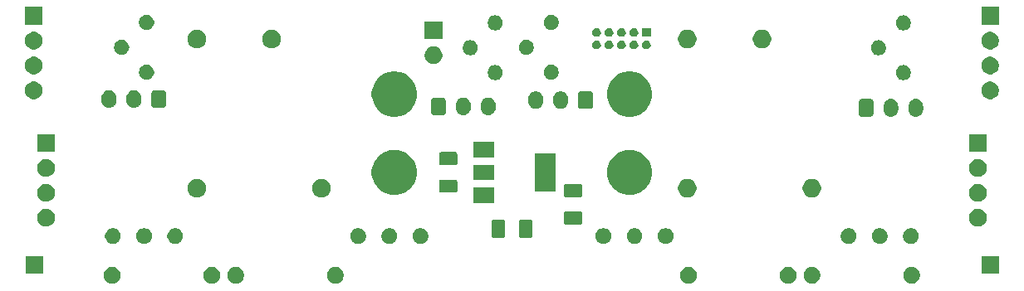
<source format=gbs>
G04 #@! TF.GenerationSoftware,KiCad,Pcbnew,(5.1.5-0-10_14)*
G04 #@! TF.CreationDate,2020-01-15T18:19:52+08:00*
G04 #@! TF.ProjectId,vumeter-schematics,76756d65-7465-4722-9d73-6368656d6174,rev?*
G04 #@! TF.SameCoordinates,Original*
G04 #@! TF.FileFunction,Soldermask,Bot*
G04 #@! TF.FilePolarity,Negative*
%FSLAX46Y46*%
G04 Gerber Fmt 4.6, Leading zero omitted, Abs format (unit mm)*
G04 Created by KiCad (PCBNEW (5.1.5-0-10_14)) date 2020-01-15 18:19:52*
%MOMM*%
%LPD*%
G04 APERTURE LIST*
%ADD10C,0.100000*%
G04 APERTURE END LIST*
D10*
G36*
X181673228Y-112686703D02*
G01*
X181828100Y-112750853D01*
X181967481Y-112843985D01*
X182086015Y-112962519D01*
X182179147Y-113101900D01*
X182243297Y-113256772D01*
X182276000Y-113421184D01*
X182276000Y-113588816D01*
X182243297Y-113753228D01*
X182179147Y-113908100D01*
X182086015Y-114047481D01*
X181967481Y-114166015D01*
X181828100Y-114259147D01*
X181673228Y-114323297D01*
X181508816Y-114356000D01*
X181341184Y-114356000D01*
X181176772Y-114323297D01*
X181021900Y-114259147D01*
X180882519Y-114166015D01*
X180763985Y-114047481D01*
X180670853Y-113908100D01*
X180606703Y-113753228D01*
X180574000Y-113588816D01*
X180574000Y-113421184D01*
X180606703Y-113256772D01*
X180670853Y-113101900D01*
X180763985Y-112962519D01*
X180882519Y-112843985D01*
X181021900Y-112750853D01*
X181176772Y-112686703D01*
X181341184Y-112654000D01*
X181508816Y-112654000D01*
X181673228Y-112686703D01*
G37*
G36*
X171513228Y-112686703D02*
G01*
X171668100Y-112750853D01*
X171807481Y-112843985D01*
X171926015Y-112962519D01*
X172019147Y-113101900D01*
X172083297Y-113256772D01*
X172116000Y-113421184D01*
X172116000Y-113588816D01*
X172083297Y-113753228D01*
X172019147Y-113908100D01*
X171926015Y-114047481D01*
X171807481Y-114166015D01*
X171668100Y-114259147D01*
X171513228Y-114323297D01*
X171348816Y-114356000D01*
X171181184Y-114356000D01*
X171016772Y-114323297D01*
X170861900Y-114259147D01*
X170722519Y-114166015D01*
X170603985Y-114047481D01*
X170510853Y-113908100D01*
X170446703Y-113753228D01*
X170414000Y-113588816D01*
X170414000Y-113421184D01*
X170446703Y-113256772D01*
X170510853Y-113101900D01*
X170603985Y-112962519D01*
X170722519Y-112843985D01*
X170861900Y-112750853D01*
X171016772Y-112686703D01*
X171181184Y-112654000D01*
X171348816Y-112654000D01*
X171513228Y-112686703D01*
G37*
G36*
X169083228Y-112686703D02*
G01*
X169238100Y-112750853D01*
X169377481Y-112843985D01*
X169496015Y-112962519D01*
X169589147Y-113101900D01*
X169653297Y-113256772D01*
X169686000Y-113421184D01*
X169686000Y-113588816D01*
X169653297Y-113753228D01*
X169589147Y-113908100D01*
X169496015Y-114047481D01*
X169377481Y-114166015D01*
X169238100Y-114259147D01*
X169083228Y-114323297D01*
X168918816Y-114356000D01*
X168751184Y-114356000D01*
X168586772Y-114323297D01*
X168431900Y-114259147D01*
X168292519Y-114166015D01*
X168173985Y-114047481D01*
X168080853Y-113908100D01*
X168016703Y-113753228D01*
X167984000Y-113588816D01*
X167984000Y-113421184D01*
X168016703Y-113256772D01*
X168080853Y-113101900D01*
X168173985Y-112962519D01*
X168292519Y-112843985D01*
X168431900Y-112750853D01*
X168586772Y-112686703D01*
X168751184Y-112654000D01*
X168918816Y-112654000D01*
X169083228Y-112686703D01*
G37*
G36*
X158923228Y-112686703D02*
G01*
X159078100Y-112750853D01*
X159217481Y-112843985D01*
X159336015Y-112962519D01*
X159429147Y-113101900D01*
X159493297Y-113256772D01*
X159526000Y-113421184D01*
X159526000Y-113588816D01*
X159493297Y-113753228D01*
X159429147Y-113908100D01*
X159336015Y-114047481D01*
X159217481Y-114166015D01*
X159078100Y-114259147D01*
X158923228Y-114323297D01*
X158758816Y-114356000D01*
X158591184Y-114356000D01*
X158426772Y-114323297D01*
X158271900Y-114259147D01*
X158132519Y-114166015D01*
X158013985Y-114047481D01*
X157920853Y-113908100D01*
X157856703Y-113753228D01*
X157824000Y-113588816D01*
X157824000Y-113421184D01*
X157856703Y-113256772D01*
X157920853Y-113101900D01*
X158013985Y-112962519D01*
X158132519Y-112843985D01*
X158271900Y-112750853D01*
X158426772Y-112686703D01*
X158591184Y-112654000D01*
X158758816Y-112654000D01*
X158923228Y-112686703D01*
G37*
G36*
X122923228Y-112686703D02*
G01*
X123078100Y-112750853D01*
X123217481Y-112843985D01*
X123336015Y-112962519D01*
X123429147Y-113101900D01*
X123493297Y-113256772D01*
X123526000Y-113421184D01*
X123526000Y-113588816D01*
X123493297Y-113753228D01*
X123429147Y-113908100D01*
X123336015Y-114047481D01*
X123217481Y-114166015D01*
X123078100Y-114259147D01*
X122923228Y-114323297D01*
X122758816Y-114356000D01*
X122591184Y-114356000D01*
X122426772Y-114323297D01*
X122271900Y-114259147D01*
X122132519Y-114166015D01*
X122013985Y-114047481D01*
X121920853Y-113908100D01*
X121856703Y-113753228D01*
X121824000Y-113588816D01*
X121824000Y-113421184D01*
X121856703Y-113256772D01*
X121920853Y-113101900D01*
X122013985Y-112962519D01*
X122132519Y-112843985D01*
X122271900Y-112750853D01*
X122426772Y-112686703D01*
X122591184Y-112654000D01*
X122758816Y-112654000D01*
X122923228Y-112686703D01*
G37*
G36*
X112763228Y-112686703D02*
G01*
X112918100Y-112750853D01*
X113057481Y-112843985D01*
X113176015Y-112962519D01*
X113269147Y-113101900D01*
X113333297Y-113256772D01*
X113366000Y-113421184D01*
X113366000Y-113588816D01*
X113333297Y-113753228D01*
X113269147Y-113908100D01*
X113176015Y-114047481D01*
X113057481Y-114166015D01*
X112918100Y-114259147D01*
X112763228Y-114323297D01*
X112598816Y-114356000D01*
X112431184Y-114356000D01*
X112266772Y-114323297D01*
X112111900Y-114259147D01*
X111972519Y-114166015D01*
X111853985Y-114047481D01*
X111760853Y-113908100D01*
X111696703Y-113753228D01*
X111664000Y-113588816D01*
X111664000Y-113421184D01*
X111696703Y-113256772D01*
X111760853Y-113101900D01*
X111853985Y-112962519D01*
X111972519Y-112843985D01*
X112111900Y-112750853D01*
X112266772Y-112686703D01*
X112431184Y-112654000D01*
X112598816Y-112654000D01*
X112763228Y-112686703D01*
G37*
G36*
X110333228Y-112686703D02*
G01*
X110488100Y-112750853D01*
X110627481Y-112843985D01*
X110746015Y-112962519D01*
X110839147Y-113101900D01*
X110903297Y-113256772D01*
X110936000Y-113421184D01*
X110936000Y-113588816D01*
X110903297Y-113753228D01*
X110839147Y-113908100D01*
X110746015Y-114047481D01*
X110627481Y-114166015D01*
X110488100Y-114259147D01*
X110333228Y-114323297D01*
X110168816Y-114356000D01*
X110001184Y-114356000D01*
X109836772Y-114323297D01*
X109681900Y-114259147D01*
X109542519Y-114166015D01*
X109423985Y-114047481D01*
X109330853Y-113908100D01*
X109266703Y-113753228D01*
X109234000Y-113588816D01*
X109234000Y-113421184D01*
X109266703Y-113256772D01*
X109330853Y-113101900D01*
X109423985Y-112962519D01*
X109542519Y-112843985D01*
X109681900Y-112750853D01*
X109836772Y-112686703D01*
X110001184Y-112654000D01*
X110168816Y-112654000D01*
X110333228Y-112686703D01*
G37*
G36*
X100173228Y-112686703D02*
G01*
X100328100Y-112750853D01*
X100467481Y-112843985D01*
X100586015Y-112962519D01*
X100679147Y-113101900D01*
X100743297Y-113256772D01*
X100776000Y-113421184D01*
X100776000Y-113588816D01*
X100743297Y-113753228D01*
X100679147Y-113908100D01*
X100586015Y-114047481D01*
X100467481Y-114166015D01*
X100328100Y-114259147D01*
X100173228Y-114323297D01*
X100008816Y-114356000D01*
X99841184Y-114356000D01*
X99676772Y-114323297D01*
X99521900Y-114259147D01*
X99382519Y-114166015D01*
X99263985Y-114047481D01*
X99170853Y-113908100D01*
X99106703Y-113753228D01*
X99074000Y-113588816D01*
X99074000Y-113421184D01*
X99106703Y-113256772D01*
X99170853Y-113101900D01*
X99263985Y-112962519D01*
X99382519Y-112843985D01*
X99521900Y-112750853D01*
X99676772Y-112686703D01*
X99841184Y-112654000D01*
X100008816Y-112654000D01*
X100173228Y-112686703D01*
G37*
G36*
X92900000Y-113352000D02*
G01*
X91098000Y-113352000D01*
X91098000Y-111550000D01*
X92900000Y-111550000D01*
X92900000Y-113352000D01*
G37*
G36*
X190326000Y-113352000D02*
G01*
X188524000Y-113352000D01*
X188524000Y-111550000D01*
X190326000Y-111550000D01*
X190326000Y-113352000D01*
G37*
G36*
X103331384Y-108713802D02*
G01*
X103408818Y-108729205D01*
X103554700Y-108789631D01*
X103685990Y-108877356D01*
X103797644Y-108989010D01*
X103885369Y-109120300D01*
X103945795Y-109266182D01*
X103976600Y-109421049D01*
X103976600Y-109578951D01*
X103945795Y-109733818D01*
X103885369Y-109879700D01*
X103797644Y-110010990D01*
X103685990Y-110122644D01*
X103554700Y-110210369D01*
X103408818Y-110270795D01*
X103331385Y-110286197D01*
X103253952Y-110301600D01*
X103096048Y-110301600D01*
X103018615Y-110286197D01*
X102941182Y-110270795D01*
X102795300Y-110210369D01*
X102664010Y-110122644D01*
X102552356Y-110010990D01*
X102464631Y-109879700D01*
X102404205Y-109733818D01*
X102373400Y-109578951D01*
X102373400Y-109421049D01*
X102404205Y-109266182D01*
X102464631Y-109120300D01*
X102552356Y-108989010D01*
X102664010Y-108877356D01*
X102795300Y-108789631D01*
X102941182Y-108729205D01*
X103018616Y-108713802D01*
X103096048Y-108698400D01*
X103253952Y-108698400D01*
X103331384Y-108713802D01*
G37*
G36*
X100156384Y-108713802D02*
G01*
X100233818Y-108729205D01*
X100379700Y-108789631D01*
X100510990Y-108877356D01*
X100622644Y-108989010D01*
X100710369Y-109120300D01*
X100770795Y-109266182D01*
X100801600Y-109421049D01*
X100801600Y-109578951D01*
X100770795Y-109733818D01*
X100710369Y-109879700D01*
X100622644Y-110010990D01*
X100510990Y-110122644D01*
X100379700Y-110210369D01*
X100233818Y-110270795D01*
X100156385Y-110286197D01*
X100078952Y-110301600D01*
X99921048Y-110301600D01*
X99843615Y-110286197D01*
X99766182Y-110270795D01*
X99620300Y-110210369D01*
X99489010Y-110122644D01*
X99377356Y-110010990D01*
X99289631Y-109879700D01*
X99229205Y-109733818D01*
X99198400Y-109578951D01*
X99198400Y-109421049D01*
X99229205Y-109266182D01*
X99289631Y-109120300D01*
X99377356Y-108989010D01*
X99489010Y-108877356D01*
X99620300Y-108789631D01*
X99766182Y-108729205D01*
X99843616Y-108713802D01*
X99921048Y-108698400D01*
X100078952Y-108698400D01*
X100156384Y-108713802D01*
G37*
G36*
X181506384Y-108713802D02*
G01*
X181583818Y-108729205D01*
X181729700Y-108789631D01*
X181860990Y-108877356D01*
X181972644Y-108989010D01*
X182060369Y-109120300D01*
X182120795Y-109266182D01*
X182151600Y-109421049D01*
X182151600Y-109578951D01*
X182120795Y-109733818D01*
X182060369Y-109879700D01*
X181972644Y-110010990D01*
X181860990Y-110122644D01*
X181729700Y-110210369D01*
X181583818Y-110270795D01*
X181506385Y-110286197D01*
X181428952Y-110301600D01*
X181271048Y-110301600D01*
X181193615Y-110286197D01*
X181116182Y-110270795D01*
X180970300Y-110210369D01*
X180839010Y-110122644D01*
X180727356Y-110010990D01*
X180639631Y-109879700D01*
X180579205Y-109733818D01*
X180548400Y-109578951D01*
X180548400Y-109421049D01*
X180579205Y-109266182D01*
X180639631Y-109120300D01*
X180727356Y-108989010D01*
X180839010Y-108877356D01*
X180970300Y-108789631D01*
X181116182Y-108729205D01*
X181193616Y-108713802D01*
X181271048Y-108698400D01*
X181428952Y-108698400D01*
X181506384Y-108713802D01*
G37*
G36*
X178331384Y-108713802D02*
G01*
X178408818Y-108729205D01*
X178554700Y-108789631D01*
X178685990Y-108877356D01*
X178797644Y-108989010D01*
X178885369Y-109120300D01*
X178945795Y-109266182D01*
X178976600Y-109421049D01*
X178976600Y-109578951D01*
X178945795Y-109733818D01*
X178885369Y-109879700D01*
X178797644Y-110010990D01*
X178685990Y-110122644D01*
X178554700Y-110210369D01*
X178408818Y-110270795D01*
X178331385Y-110286197D01*
X178253952Y-110301600D01*
X178096048Y-110301600D01*
X178018615Y-110286197D01*
X177941182Y-110270795D01*
X177795300Y-110210369D01*
X177664010Y-110122644D01*
X177552356Y-110010990D01*
X177464631Y-109879700D01*
X177404205Y-109733818D01*
X177373400Y-109578951D01*
X177373400Y-109421049D01*
X177404205Y-109266182D01*
X177464631Y-109120300D01*
X177552356Y-108989010D01*
X177664010Y-108877356D01*
X177795300Y-108789631D01*
X177941182Y-108729205D01*
X178018616Y-108713802D01*
X178096048Y-108698400D01*
X178253952Y-108698400D01*
X178331384Y-108713802D01*
G37*
G36*
X175156384Y-108713802D02*
G01*
X175233818Y-108729205D01*
X175379700Y-108789631D01*
X175510990Y-108877356D01*
X175622644Y-108989010D01*
X175710369Y-109120300D01*
X175770795Y-109266182D01*
X175801600Y-109421049D01*
X175801600Y-109578951D01*
X175770795Y-109733818D01*
X175710369Y-109879700D01*
X175622644Y-110010990D01*
X175510990Y-110122644D01*
X175379700Y-110210369D01*
X175233818Y-110270795D01*
X175156385Y-110286197D01*
X175078952Y-110301600D01*
X174921048Y-110301600D01*
X174843615Y-110286197D01*
X174766182Y-110270795D01*
X174620300Y-110210369D01*
X174489010Y-110122644D01*
X174377356Y-110010990D01*
X174289631Y-109879700D01*
X174229205Y-109733818D01*
X174198400Y-109578951D01*
X174198400Y-109421049D01*
X174229205Y-109266182D01*
X174289631Y-109120300D01*
X174377356Y-108989010D01*
X174489010Y-108877356D01*
X174620300Y-108789631D01*
X174766182Y-108729205D01*
X174843616Y-108713802D01*
X174921048Y-108698400D01*
X175078952Y-108698400D01*
X175156384Y-108713802D01*
G37*
G36*
X156506384Y-108713802D02*
G01*
X156583818Y-108729205D01*
X156729700Y-108789631D01*
X156860990Y-108877356D01*
X156972644Y-108989010D01*
X157060369Y-109120300D01*
X157120795Y-109266182D01*
X157151600Y-109421049D01*
X157151600Y-109578951D01*
X157120795Y-109733818D01*
X157060369Y-109879700D01*
X156972644Y-110010990D01*
X156860990Y-110122644D01*
X156729700Y-110210369D01*
X156583818Y-110270795D01*
X156506385Y-110286197D01*
X156428952Y-110301600D01*
X156271048Y-110301600D01*
X156193615Y-110286197D01*
X156116182Y-110270795D01*
X155970300Y-110210369D01*
X155839010Y-110122644D01*
X155727356Y-110010990D01*
X155639631Y-109879700D01*
X155579205Y-109733818D01*
X155548400Y-109578951D01*
X155548400Y-109421049D01*
X155579205Y-109266182D01*
X155639631Y-109120300D01*
X155727356Y-108989010D01*
X155839010Y-108877356D01*
X155970300Y-108789631D01*
X156116182Y-108729205D01*
X156193616Y-108713802D01*
X156271048Y-108698400D01*
X156428952Y-108698400D01*
X156506384Y-108713802D01*
G37*
G36*
X153331384Y-108713802D02*
G01*
X153408818Y-108729205D01*
X153554700Y-108789631D01*
X153685990Y-108877356D01*
X153797644Y-108989010D01*
X153885369Y-109120300D01*
X153945795Y-109266182D01*
X153976600Y-109421049D01*
X153976600Y-109578951D01*
X153945795Y-109733818D01*
X153885369Y-109879700D01*
X153797644Y-110010990D01*
X153685990Y-110122644D01*
X153554700Y-110210369D01*
X153408818Y-110270795D01*
X153331385Y-110286197D01*
X153253952Y-110301600D01*
X153096048Y-110301600D01*
X153018615Y-110286197D01*
X152941182Y-110270795D01*
X152795300Y-110210369D01*
X152664010Y-110122644D01*
X152552356Y-110010990D01*
X152464631Y-109879700D01*
X152404205Y-109733818D01*
X152373400Y-109578951D01*
X152373400Y-109421049D01*
X152404205Y-109266182D01*
X152464631Y-109120300D01*
X152552356Y-108989010D01*
X152664010Y-108877356D01*
X152795300Y-108789631D01*
X152941182Y-108729205D01*
X153018616Y-108713802D01*
X153096048Y-108698400D01*
X153253952Y-108698400D01*
X153331384Y-108713802D01*
G37*
G36*
X150156384Y-108713802D02*
G01*
X150233818Y-108729205D01*
X150379700Y-108789631D01*
X150510990Y-108877356D01*
X150622644Y-108989010D01*
X150710369Y-109120300D01*
X150770795Y-109266182D01*
X150801600Y-109421049D01*
X150801600Y-109578951D01*
X150770795Y-109733818D01*
X150710369Y-109879700D01*
X150622644Y-110010990D01*
X150510990Y-110122644D01*
X150379700Y-110210369D01*
X150233818Y-110270795D01*
X150156385Y-110286197D01*
X150078952Y-110301600D01*
X149921048Y-110301600D01*
X149843615Y-110286197D01*
X149766182Y-110270795D01*
X149620300Y-110210369D01*
X149489010Y-110122644D01*
X149377356Y-110010990D01*
X149289631Y-109879700D01*
X149229205Y-109733818D01*
X149198400Y-109578951D01*
X149198400Y-109421049D01*
X149229205Y-109266182D01*
X149289631Y-109120300D01*
X149377356Y-108989010D01*
X149489010Y-108877356D01*
X149620300Y-108789631D01*
X149766182Y-108729205D01*
X149843616Y-108713802D01*
X149921048Y-108698400D01*
X150078952Y-108698400D01*
X150156384Y-108713802D01*
G37*
G36*
X131506384Y-108713802D02*
G01*
X131583818Y-108729205D01*
X131729700Y-108789631D01*
X131860990Y-108877356D01*
X131972644Y-108989010D01*
X132060369Y-109120300D01*
X132120795Y-109266182D01*
X132151600Y-109421049D01*
X132151600Y-109578951D01*
X132120795Y-109733818D01*
X132060369Y-109879700D01*
X131972644Y-110010990D01*
X131860990Y-110122644D01*
X131729700Y-110210369D01*
X131583818Y-110270795D01*
X131506385Y-110286197D01*
X131428952Y-110301600D01*
X131271048Y-110301600D01*
X131193615Y-110286197D01*
X131116182Y-110270795D01*
X130970300Y-110210369D01*
X130839010Y-110122644D01*
X130727356Y-110010990D01*
X130639631Y-109879700D01*
X130579205Y-109733818D01*
X130548400Y-109578951D01*
X130548400Y-109421049D01*
X130579205Y-109266182D01*
X130639631Y-109120300D01*
X130727356Y-108989010D01*
X130839010Y-108877356D01*
X130970300Y-108789631D01*
X131116182Y-108729205D01*
X131193616Y-108713802D01*
X131271048Y-108698400D01*
X131428952Y-108698400D01*
X131506384Y-108713802D01*
G37*
G36*
X128331384Y-108713802D02*
G01*
X128408818Y-108729205D01*
X128554700Y-108789631D01*
X128685990Y-108877356D01*
X128797644Y-108989010D01*
X128885369Y-109120300D01*
X128945795Y-109266182D01*
X128976600Y-109421049D01*
X128976600Y-109578951D01*
X128945795Y-109733818D01*
X128885369Y-109879700D01*
X128797644Y-110010990D01*
X128685990Y-110122644D01*
X128554700Y-110210369D01*
X128408818Y-110270795D01*
X128331385Y-110286197D01*
X128253952Y-110301600D01*
X128096048Y-110301600D01*
X128018615Y-110286197D01*
X127941182Y-110270795D01*
X127795300Y-110210369D01*
X127664010Y-110122644D01*
X127552356Y-110010990D01*
X127464631Y-109879700D01*
X127404205Y-109733818D01*
X127373400Y-109578951D01*
X127373400Y-109421049D01*
X127404205Y-109266182D01*
X127464631Y-109120300D01*
X127552356Y-108989010D01*
X127664010Y-108877356D01*
X127795300Y-108789631D01*
X127941182Y-108729205D01*
X128018616Y-108713802D01*
X128096048Y-108698400D01*
X128253952Y-108698400D01*
X128331384Y-108713802D01*
G37*
G36*
X125156384Y-108713802D02*
G01*
X125233818Y-108729205D01*
X125379700Y-108789631D01*
X125510990Y-108877356D01*
X125622644Y-108989010D01*
X125710369Y-109120300D01*
X125770795Y-109266182D01*
X125801600Y-109421049D01*
X125801600Y-109578951D01*
X125770795Y-109733818D01*
X125710369Y-109879700D01*
X125622644Y-110010990D01*
X125510990Y-110122644D01*
X125379700Y-110210369D01*
X125233818Y-110270795D01*
X125156385Y-110286197D01*
X125078952Y-110301600D01*
X124921048Y-110301600D01*
X124843615Y-110286197D01*
X124766182Y-110270795D01*
X124620300Y-110210369D01*
X124489010Y-110122644D01*
X124377356Y-110010990D01*
X124289631Y-109879700D01*
X124229205Y-109733818D01*
X124198400Y-109578951D01*
X124198400Y-109421049D01*
X124229205Y-109266182D01*
X124289631Y-109120300D01*
X124377356Y-108989010D01*
X124489010Y-108877356D01*
X124620300Y-108789631D01*
X124766182Y-108729205D01*
X124843616Y-108713802D01*
X124921048Y-108698400D01*
X125078952Y-108698400D01*
X125156384Y-108713802D01*
G37*
G36*
X106506384Y-108713802D02*
G01*
X106583818Y-108729205D01*
X106729700Y-108789631D01*
X106860990Y-108877356D01*
X106972644Y-108989010D01*
X107060369Y-109120300D01*
X107120795Y-109266182D01*
X107151600Y-109421049D01*
X107151600Y-109578951D01*
X107120795Y-109733818D01*
X107060369Y-109879700D01*
X106972644Y-110010990D01*
X106860990Y-110122644D01*
X106729700Y-110210369D01*
X106583818Y-110270795D01*
X106506385Y-110286197D01*
X106428952Y-110301600D01*
X106271048Y-110301600D01*
X106193615Y-110286197D01*
X106116182Y-110270795D01*
X105970300Y-110210369D01*
X105839010Y-110122644D01*
X105727356Y-110010990D01*
X105639631Y-109879700D01*
X105579205Y-109733818D01*
X105548400Y-109578951D01*
X105548400Y-109421049D01*
X105579205Y-109266182D01*
X105639631Y-109120300D01*
X105727356Y-108989010D01*
X105839010Y-108877356D01*
X105970300Y-108789631D01*
X106116182Y-108729205D01*
X106193616Y-108713802D01*
X106271048Y-108698400D01*
X106428952Y-108698400D01*
X106506384Y-108713802D01*
G37*
G36*
X139793604Y-107833347D02*
G01*
X139830144Y-107844432D01*
X139863821Y-107862433D01*
X139893341Y-107886659D01*
X139917567Y-107916179D01*
X139935568Y-107949856D01*
X139946653Y-107986396D01*
X139951000Y-108030538D01*
X139951000Y-109479462D01*
X139946653Y-109523604D01*
X139935568Y-109560144D01*
X139917567Y-109593821D01*
X139893341Y-109623341D01*
X139863821Y-109647567D01*
X139830144Y-109665568D01*
X139793604Y-109676653D01*
X139749462Y-109681000D01*
X138800538Y-109681000D01*
X138756396Y-109676653D01*
X138719856Y-109665568D01*
X138686179Y-109647567D01*
X138656659Y-109623341D01*
X138632433Y-109593821D01*
X138614432Y-109560144D01*
X138603347Y-109523604D01*
X138599000Y-109479462D01*
X138599000Y-108030538D01*
X138603347Y-107986396D01*
X138614432Y-107949856D01*
X138632433Y-107916179D01*
X138656659Y-107886659D01*
X138686179Y-107862433D01*
X138719856Y-107844432D01*
X138756396Y-107833347D01*
X138800538Y-107829000D01*
X139749462Y-107829000D01*
X139793604Y-107833347D01*
G37*
G36*
X142593604Y-107833347D02*
G01*
X142630144Y-107844432D01*
X142663821Y-107862433D01*
X142693341Y-107886659D01*
X142717567Y-107916179D01*
X142735568Y-107949856D01*
X142746653Y-107986396D01*
X142751000Y-108030538D01*
X142751000Y-109479462D01*
X142746653Y-109523604D01*
X142735568Y-109560144D01*
X142717567Y-109593821D01*
X142693341Y-109623341D01*
X142663821Y-109647567D01*
X142630144Y-109665568D01*
X142593604Y-109676653D01*
X142549462Y-109681000D01*
X141600538Y-109681000D01*
X141556396Y-109676653D01*
X141519856Y-109665568D01*
X141486179Y-109647567D01*
X141456659Y-109623341D01*
X141432433Y-109593821D01*
X141414432Y-109560144D01*
X141403347Y-109523604D01*
X141399000Y-109479462D01*
X141399000Y-108030538D01*
X141403347Y-107986396D01*
X141414432Y-107949856D01*
X141432433Y-107916179D01*
X141456659Y-107886659D01*
X141486179Y-107862433D01*
X141519856Y-107844432D01*
X141556396Y-107833347D01*
X141600538Y-107829000D01*
X142549462Y-107829000D01*
X142593604Y-107833347D01*
G37*
G36*
X188288512Y-106728927D02*
G01*
X188437812Y-106758624D01*
X188601784Y-106826544D01*
X188749354Y-106925147D01*
X188874853Y-107050646D01*
X188973456Y-107198216D01*
X189041376Y-107362188D01*
X189076000Y-107536259D01*
X189076000Y-107713741D01*
X189041376Y-107887812D01*
X188973456Y-108051784D01*
X188874853Y-108199354D01*
X188749354Y-108324853D01*
X188601784Y-108423456D01*
X188437812Y-108491376D01*
X188288512Y-108521073D01*
X188263742Y-108526000D01*
X188086258Y-108526000D01*
X188061488Y-108521073D01*
X187912188Y-108491376D01*
X187748216Y-108423456D01*
X187600646Y-108324853D01*
X187475147Y-108199354D01*
X187376544Y-108051784D01*
X187308624Y-107887812D01*
X187274000Y-107713741D01*
X187274000Y-107536259D01*
X187308624Y-107362188D01*
X187376544Y-107198216D01*
X187475147Y-107050646D01*
X187600646Y-106925147D01*
X187748216Y-106826544D01*
X187912188Y-106758624D01*
X188061488Y-106728927D01*
X188086258Y-106724000D01*
X188263742Y-106724000D01*
X188288512Y-106728927D01*
G37*
G36*
X93288512Y-106728927D02*
G01*
X93437812Y-106758624D01*
X93601784Y-106826544D01*
X93749354Y-106925147D01*
X93874853Y-107050646D01*
X93973456Y-107198216D01*
X94041376Y-107362188D01*
X94076000Y-107536259D01*
X94076000Y-107713741D01*
X94041376Y-107887812D01*
X93973456Y-108051784D01*
X93874853Y-108199354D01*
X93749354Y-108324853D01*
X93601784Y-108423456D01*
X93437812Y-108491376D01*
X93288512Y-108521073D01*
X93263742Y-108526000D01*
X93086258Y-108526000D01*
X93061488Y-108521073D01*
X92912188Y-108491376D01*
X92748216Y-108423456D01*
X92600646Y-108324853D01*
X92475147Y-108199354D01*
X92376544Y-108051784D01*
X92308624Y-107887812D01*
X92274000Y-107713741D01*
X92274000Y-107536259D01*
X92308624Y-107362188D01*
X92376544Y-107198216D01*
X92475147Y-107050646D01*
X92600646Y-106925147D01*
X92748216Y-106826544D01*
X92912188Y-106758624D01*
X93061488Y-106728927D01*
X93086258Y-106724000D01*
X93263742Y-106724000D01*
X93288512Y-106728927D01*
G37*
G36*
X147693604Y-106983347D02*
G01*
X147730144Y-106994432D01*
X147763821Y-107012433D01*
X147793341Y-107036659D01*
X147817567Y-107066179D01*
X147835568Y-107099856D01*
X147846653Y-107136396D01*
X147851000Y-107180538D01*
X147851000Y-108129462D01*
X147846653Y-108173604D01*
X147835568Y-108210144D01*
X147817567Y-108243821D01*
X147793341Y-108273341D01*
X147763821Y-108297567D01*
X147730144Y-108315568D01*
X147693604Y-108326653D01*
X147649462Y-108331000D01*
X146200538Y-108331000D01*
X146156396Y-108326653D01*
X146119856Y-108315568D01*
X146086179Y-108297567D01*
X146056659Y-108273341D01*
X146032433Y-108243821D01*
X146014432Y-108210144D01*
X146003347Y-108173604D01*
X145999000Y-108129462D01*
X145999000Y-107180538D01*
X146003347Y-107136396D01*
X146014432Y-107099856D01*
X146032433Y-107066179D01*
X146056659Y-107036659D01*
X146086179Y-107012433D01*
X146119856Y-106994432D01*
X146156396Y-106983347D01*
X146200538Y-106979000D01*
X147649462Y-106979000D01*
X147693604Y-106983347D01*
G37*
G36*
X138826000Y-106106000D02*
G01*
X136724000Y-106106000D01*
X136724000Y-104504000D01*
X138826000Y-104504000D01*
X138826000Y-106106000D01*
G37*
G36*
X188288512Y-104188927D02*
G01*
X188437812Y-104218624D01*
X188601784Y-104286544D01*
X188749354Y-104385147D01*
X188874853Y-104510646D01*
X188973456Y-104658216D01*
X189041376Y-104822188D01*
X189076000Y-104996259D01*
X189076000Y-105173741D01*
X189041376Y-105347812D01*
X188973456Y-105511784D01*
X188874853Y-105659354D01*
X188749354Y-105784853D01*
X188601784Y-105883456D01*
X188437812Y-105951376D01*
X188288512Y-105981073D01*
X188263742Y-105986000D01*
X188086258Y-105986000D01*
X188061488Y-105981073D01*
X187912188Y-105951376D01*
X187748216Y-105883456D01*
X187600646Y-105784853D01*
X187475147Y-105659354D01*
X187376544Y-105511784D01*
X187308624Y-105347812D01*
X187274000Y-105173741D01*
X187274000Y-104996259D01*
X187308624Y-104822188D01*
X187376544Y-104658216D01*
X187475147Y-104510646D01*
X187600646Y-104385147D01*
X187748216Y-104286544D01*
X187912188Y-104218624D01*
X188061488Y-104188927D01*
X188086258Y-104184000D01*
X188263742Y-104184000D01*
X188288512Y-104188927D01*
G37*
G36*
X93288512Y-104188927D02*
G01*
X93437812Y-104218624D01*
X93601784Y-104286544D01*
X93749354Y-104385147D01*
X93874853Y-104510646D01*
X93973456Y-104658216D01*
X94041376Y-104822188D01*
X94076000Y-104996259D01*
X94076000Y-105173741D01*
X94041376Y-105347812D01*
X93973456Y-105511784D01*
X93874853Y-105659354D01*
X93749354Y-105784853D01*
X93601784Y-105883456D01*
X93437812Y-105951376D01*
X93288512Y-105981073D01*
X93263742Y-105986000D01*
X93086258Y-105986000D01*
X93061488Y-105981073D01*
X92912188Y-105951376D01*
X92748216Y-105883456D01*
X92600646Y-105784853D01*
X92475147Y-105659354D01*
X92376544Y-105511784D01*
X92308624Y-105347812D01*
X92274000Y-105173741D01*
X92274000Y-104996259D01*
X92308624Y-104822188D01*
X92376544Y-104658216D01*
X92475147Y-104510646D01*
X92600646Y-104385147D01*
X92748216Y-104286544D01*
X92912188Y-104218624D01*
X93061488Y-104188927D01*
X93086258Y-104184000D01*
X93263742Y-104184000D01*
X93288512Y-104188927D01*
G37*
G36*
X171527395Y-103705546D02*
G01*
X171700466Y-103777234D01*
X171700467Y-103777235D01*
X171856227Y-103881310D01*
X171988690Y-104013773D01*
X171988691Y-104013775D01*
X172092766Y-104169534D01*
X172164454Y-104342605D01*
X172201000Y-104526333D01*
X172201000Y-104713667D01*
X172164454Y-104897395D01*
X172092766Y-105070466D01*
X172092765Y-105070467D01*
X171988690Y-105226227D01*
X171856227Y-105358690D01*
X171779220Y-105410144D01*
X171700466Y-105462766D01*
X171527395Y-105534454D01*
X171343667Y-105571000D01*
X171156333Y-105571000D01*
X170972605Y-105534454D01*
X170799534Y-105462766D01*
X170720780Y-105410144D01*
X170643773Y-105358690D01*
X170511310Y-105226227D01*
X170407235Y-105070467D01*
X170407234Y-105070466D01*
X170335546Y-104897395D01*
X170299000Y-104713667D01*
X170299000Y-104526333D01*
X170335546Y-104342605D01*
X170407234Y-104169534D01*
X170511309Y-104013775D01*
X170511310Y-104013773D01*
X170643773Y-103881310D01*
X170799533Y-103777235D01*
X170799534Y-103777234D01*
X170972605Y-103705546D01*
X171156333Y-103669000D01*
X171343667Y-103669000D01*
X171527395Y-103705546D01*
G37*
G36*
X158827395Y-103705546D02*
G01*
X159000466Y-103777234D01*
X159000467Y-103777235D01*
X159156227Y-103881310D01*
X159288690Y-104013773D01*
X159288691Y-104013775D01*
X159392766Y-104169534D01*
X159464454Y-104342605D01*
X159501000Y-104526333D01*
X159501000Y-104713667D01*
X159464454Y-104897395D01*
X159392766Y-105070466D01*
X159392765Y-105070467D01*
X159288690Y-105226227D01*
X159156227Y-105358690D01*
X159079220Y-105410144D01*
X159000466Y-105462766D01*
X158827395Y-105534454D01*
X158643667Y-105571000D01*
X158456333Y-105571000D01*
X158272605Y-105534454D01*
X158099534Y-105462766D01*
X158020780Y-105410144D01*
X157943773Y-105358690D01*
X157811310Y-105226227D01*
X157707235Y-105070467D01*
X157707234Y-105070466D01*
X157635546Y-104897395D01*
X157599000Y-104713667D01*
X157599000Y-104526333D01*
X157635546Y-104342605D01*
X157707234Y-104169534D01*
X157811309Y-104013775D01*
X157811310Y-104013773D01*
X157943773Y-103881310D01*
X158099533Y-103777235D01*
X158099534Y-103777234D01*
X158272605Y-103705546D01*
X158456333Y-103669000D01*
X158643667Y-103669000D01*
X158827395Y-103705546D01*
G37*
G36*
X108827395Y-103705546D02*
G01*
X109000466Y-103777234D01*
X109000467Y-103777235D01*
X109156227Y-103881310D01*
X109288690Y-104013773D01*
X109288691Y-104013775D01*
X109392766Y-104169534D01*
X109464454Y-104342605D01*
X109501000Y-104526333D01*
X109501000Y-104713667D01*
X109464454Y-104897395D01*
X109392766Y-105070466D01*
X109392765Y-105070467D01*
X109288690Y-105226227D01*
X109156227Y-105358690D01*
X109079220Y-105410144D01*
X109000466Y-105462766D01*
X108827395Y-105534454D01*
X108643667Y-105571000D01*
X108456333Y-105571000D01*
X108272605Y-105534454D01*
X108099534Y-105462766D01*
X108020780Y-105410144D01*
X107943773Y-105358690D01*
X107811310Y-105226227D01*
X107707235Y-105070467D01*
X107707234Y-105070466D01*
X107635546Y-104897395D01*
X107599000Y-104713667D01*
X107599000Y-104526333D01*
X107635546Y-104342605D01*
X107707234Y-104169534D01*
X107811309Y-104013775D01*
X107811310Y-104013773D01*
X107943773Y-103881310D01*
X108099533Y-103777235D01*
X108099534Y-103777234D01*
X108272605Y-103705546D01*
X108456333Y-103669000D01*
X108643667Y-103669000D01*
X108827395Y-103705546D01*
G37*
G36*
X121527395Y-103705546D02*
G01*
X121700466Y-103777234D01*
X121700467Y-103777235D01*
X121856227Y-103881310D01*
X121988690Y-104013773D01*
X121988691Y-104013775D01*
X122092766Y-104169534D01*
X122164454Y-104342605D01*
X122201000Y-104526333D01*
X122201000Y-104713667D01*
X122164454Y-104897395D01*
X122092766Y-105070466D01*
X122092765Y-105070467D01*
X121988690Y-105226227D01*
X121856227Y-105358690D01*
X121779220Y-105410144D01*
X121700466Y-105462766D01*
X121527395Y-105534454D01*
X121343667Y-105571000D01*
X121156333Y-105571000D01*
X120972605Y-105534454D01*
X120799534Y-105462766D01*
X120720780Y-105410144D01*
X120643773Y-105358690D01*
X120511310Y-105226227D01*
X120407235Y-105070467D01*
X120407234Y-105070466D01*
X120335546Y-104897395D01*
X120299000Y-104713667D01*
X120299000Y-104526333D01*
X120335546Y-104342605D01*
X120407234Y-104169534D01*
X120511309Y-104013775D01*
X120511310Y-104013773D01*
X120643773Y-103881310D01*
X120799533Y-103777235D01*
X120799534Y-103777234D01*
X120972605Y-103705546D01*
X121156333Y-103669000D01*
X121343667Y-103669000D01*
X121527395Y-103705546D01*
G37*
G36*
X147693604Y-104183347D02*
G01*
X147730144Y-104194432D01*
X147763821Y-104212433D01*
X147793341Y-104236659D01*
X147817567Y-104266179D01*
X147835568Y-104299856D01*
X147846653Y-104336396D01*
X147851000Y-104380538D01*
X147851000Y-105329462D01*
X147846653Y-105373604D01*
X147835568Y-105410144D01*
X147817567Y-105443821D01*
X147793341Y-105473341D01*
X147763821Y-105497567D01*
X147730144Y-105515568D01*
X147693604Y-105526653D01*
X147649462Y-105531000D01*
X146200538Y-105531000D01*
X146156396Y-105526653D01*
X146119856Y-105515568D01*
X146086179Y-105497567D01*
X146056659Y-105473341D01*
X146032433Y-105443821D01*
X146014432Y-105410144D01*
X146003347Y-105373604D01*
X145999000Y-105329462D01*
X145999000Y-104380538D01*
X146003347Y-104336396D01*
X146014432Y-104299856D01*
X146032433Y-104266179D01*
X146056659Y-104236659D01*
X146086179Y-104212433D01*
X146119856Y-104194432D01*
X146156396Y-104183347D01*
X146200538Y-104179000D01*
X147649462Y-104179000D01*
X147693604Y-104183347D01*
G37*
G36*
X153123903Y-100748213D02*
G01*
X153346177Y-100792426D01*
X153764932Y-100965880D01*
X154141802Y-101217696D01*
X154462304Y-101538198D01*
X154714120Y-101915068D01*
X154887574Y-102333823D01*
X154976000Y-102778371D01*
X154976000Y-103231629D01*
X154887574Y-103676177D01*
X154714120Y-104094932D01*
X154462304Y-104471802D01*
X154141802Y-104792304D01*
X153764932Y-105044120D01*
X153346177Y-105217574D01*
X153302685Y-105226225D01*
X152901630Y-105306000D01*
X152448370Y-105306000D01*
X152047315Y-105226225D01*
X152003823Y-105217574D01*
X151585068Y-105044120D01*
X151208198Y-104792304D01*
X150887696Y-104471802D01*
X150635880Y-104094932D01*
X150462426Y-103676177D01*
X150374000Y-103231629D01*
X150374000Y-102778371D01*
X150462426Y-102333823D01*
X150635880Y-101915068D01*
X150887696Y-101538198D01*
X151208198Y-101217696D01*
X151585068Y-100965880D01*
X152003823Y-100792426D01*
X152226097Y-100748213D01*
X152448370Y-100704000D01*
X152901630Y-100704000D01*
X153123903Y-100748213D01*
G37*
G36*
X129123903Y-100748213D02*
G01*
X129346177Y-100792426D01*
X129764932Y-100965880D01*
X130141802Y-101217696D01*
X130462304Y-101538198D01*
X130714120Y-101915068D01*
X130887574Y-102333823D01*
X130976000Y-102778371D01*
X130976000Y-103231629D01*
X130887574Y-103676177D01*
X130714120Y-104094932D01*
X130462304Y-104471802D01*
X130141802Y-104792304D01*
X129764932Y-105044120D01*
X129346177Y-105217574D01*
X129302685Y-105226225D01*
X128901630Y-105306000D01*
X128448370Y-105306000D01*
X128047315Y-105226225D01*
X128003823Y-105217574D01*
X127585068Y-105044120D01*
X127208198Y-104792304D01*
X126887696Y-104471802D01*
X126635880Y-104094932D01*
X126462426Y-103676177D01*
X126374000Y-103231629D01*
X126374000Y-102778371D01*
X126462426Y-102333823D01*
X126635880Y-101915068D01*
X126887696Y-101538198D01*
X127208198Y-101217696D01*
X127585068Y-100965880D01*
X128003823Y-100792426D01*
X128226097Y-100748213D01*
X128448370Y-100704000D01*
X128901630Y-100704000D01*
X129123903Y-100748213D01*
G37*
G36*
X134943604Y-103733347D02*
G01*
X134980144Y-103744432D01*
X135013821Y-103762433D01*
X135043341Y-103786659D01*
X135067567Y-103816179D01*
X135085568Y-103849856D01*
X135096653Y-103886396D01*
X135101000Y-103930538D01*
X135101000Y-104879462D01*
X135096653Y-104923604D01*
X135085568Y-104960144D01*
X135067567Y-104993821D01*
X135043341Y-105023341D01*
X135013821Y-105047567D01*
X134980144Y-105065568D01*
X134943604Y-105076653D01*
X134899462Y-105081000D01*
X133450538Y-105081000D01*
X133406396Y-105076653D01*
X133369856Y-105065568D01*
X133336179Y-105047567D01*
X133306659Y-105023341D01*
X133282433Y-104993821D01*
X133264432Y-104960144D01*
X133253347Y-104923604D01*
X133249000Y-104879462D01*
X133249000Y-103930538D01*
X133253347Y-103886396D01*
X133264432Y-103849856D01*
X133282433Y-103816179D01*
X133306659Y-103786659D01*
X133336179Y-103762433D01*
X133369856Y-103744432D01*
X133406396Y-103733347D01*
X133450538Y-103729000D01*
X134899462Y-103729000D01*
X134943604Y-103733347D01*
G37*
G36*
X145126000Y-104956000D02*
G01*
X143024000Y-104956000D01*
X143024000Y-101054000D01*
X145126000Y-101054000D01*
X145126000Y-104956000D01*
G37*
G36*
X138826000Y-103806000D02*
G01*
X136724000Y-103806000D01*
X136724000Y-102204000D01*
X138826000Y-102204000D01*
X138826000Y-103806000D01*
G37*
G36*
X93288512Y-101648927D02*
G01*
X93437812Y-101678624D01*
X93601784Y-101746544D01*
X93749354Y-101845147D01*
X93874853Y-101970646D01*
X93973456Y-102118216D01*
X94041376Y-102282188D01*
X94076000Y-102456259D01*
X94076000Y-102633741D01*
X94041376Y-102807812D01*
X93973456Y-102971784D01*
X93874853Y-103119354D01*
X93749354Y-103244853D01*
X93601784Y-103343456D01*
X93437812Y-103411376D01*
X93288512Y-103441073D01*
X93263742Y-103446000D01*
X93086258Y-103446000D01*
X93061488Y-103441073D01*
X92912188Y-103411376D01*
X92748216Y-103343456D01*
X92600646Y-103244853D01*
X92475147Y-103119354D01*
X92376544Y-102971784D01*
X92308624Y-102807812D01*
X92274000Y-102633741D01*
X92274000Y-102456259D01*
X92308624Y-102282188D01*
X92376544Y-102118216D01*
X92475147Y-101970646D01*
X92600646Y-101845147D01*
X92748216Y-101746544D01*
X92912188Y-101678624D01*
X93061488Y-101648927D01*
X93086258Y-101644000D01*
X93263742Y-101644000D01*
X93288512Y-101648927D01*
G37*
G36*
X188288512Y-101648927D02*
G01*
X188437812Y-101678624D01*
X188601784Y-101746544D01*
X188749354Y-101845147D01*
X188874853Y-101970646D01*
X188973456Y-102118216D01*
X189041376Y-102282188D01*
X189076000Y-102456259D01*
X189076000Y-102633741D01*
X189041376Y-102807812D01*
X188973456Y-102971784D01*
X188874853Y-103119354D01*
X188749354Y-103244853D01*
X188601784Y-103343456D01*
X188437812Y-103411376D01*
X188288512Y-103441073D01*
X188263742Y-103446000D01*
X188086258Y-103446000D01*
X188061488Y-103441073D01*
X187912188Y-103411376D01*
X187748216Y-103343456D01*
X187600646Y-103244853D01*
X187475147Y-103119354D01*
X187376544Y-102971784D01*
X187308624Y-102807812D01*
X187274000Y-102633741D01*
X187274000Y-102456259D01*
X187308624Y-102282188D01*
X187376544Y-102118216D01*
X187475147Y-101970646D01*
X187600646Y-101845147D01*
X187748216Y-101746544D01*
X187912188Y-101678624D01*
X188061488Y-101648927D01*
X188086258Y-101644000D01*
X188263742Y-101644000D01*
X188288512Y-101648927D01*
G37*
G36*
X134943604Y-100933347D02*
G01*
X134980144Y-100944432D01*
X135013821Y-100962433D01*
X135043341Y-100986659D01*
X135067567Y-101016179D01*
X135085568Y-101049856D01*
X135096653Y-101086396D01*
X135101000Y-101130538D01*
X135101000Y-102079462D01*
X135096653Y-102123604D01*
X135085568Y-102160144D01*
X135067567Y-102193821D01*
X135043341Y-102223341D01*
X135013821Y-102247567D01*
X134980144Y-102265568D01*
X134943604Y-102276653D01*
X134899462Y-102281000D01*
X133450538Y-102281000D01*
X133406396Y-102276653D01*
X133369856Y-102265568D01*
X133336179Y-102247567D01*
X133306659Y-102223341D01*
X133282433Y-102193821D01*
X133264432Y-102160144D01*
X133253347Y-102123604D01*
X133249000Y-102079462D01*
X133249000Y-101130538D01*
X133253347Y-101086396D01*
X133264432Y-101049856D01*
X133282433Y-101016179D01*
X133306659Y-100986659D01*
X133336179Y-100962433D01*
X133369856Y-100944432D01*
X133406396Y-100933347D01*
X133450538Y-100929000D01*
X134899462Y-100929000D01*
X134943604Y-100933347D01*
G37*
G36*
X138826000Y-101506000D02*
G01*
X136724000Y-101506000D01*
X136724000Y-99904000D01*
X138826000Y-99904000D01*
X138826000Y-101506000D01*
G37*
G36*
X189076000Y-100906000D02*
G01*
X187274000Y-100906000D01*
X187274000Y-99104000D01*
X189076000Y-99104000D01*
X189076000Y-100906000D01*
G37*
G36*
X94076000Y-100906000D02*
G01*
X92274000Y-100906000D01*
X92274000Y-99104000D01*
X94076000Y-99104000D01*
X94076000Y-100906000D01*
G37*
G36*
X182002221Y-95514867D02*
G01*
X182143785Y-95557810D01*
X182274251Y-95627546D01*
X182309220Y-95656244D01*
X182388607Y-95721394D01*
X182417051Y-95756054D01*
X182482454Y-95835748D01*
X182552190Y-95966214D01*
X182595133Y-96107778D01*
X182606000Y-96218113D01*
X182606000Y-96591886D01*
X182595133Y-96702221D01*
X182552190Y-96843786D01*
X182482454Y-96974252D01*
X182458241Y-97003756D01*
X182388607Y-97088607D01*
X182319728Y-97145133D01*
X182274252Y-97182454D01*
X182143786Y-97252190D01*
X182002222Y-97295133D01*
X181855000Y-97309633D01*
X181707779Y-97295133D01*
X181566215Y-97252190D01*
X181435749Y-97182454D01*
X181373802Y-97131616D01*
X181321393Y-97088606D01*
X181262265Y-97016557D01*
X181227546Y-96974252D01*
X181157810Y-96843786D01*
X181114867Y-96702222D01*
X181104000Y-96591887D01*
X181104000Y-96218114D01*
X181114867Y-96107779D01*
X181157810Y-95966215D01*
X181227546Y-95835749D01*
X181292949Y-95756054D01*
X181321394Y-95721393D01*
X181391066Y-95664216D01*
X181435748Y-95627546D01*
X181566214Y-95557810D01*
X181707778Y-95514867D01*
X181855000Y-95500367D01*
X182002221Y-95514867D01*
G37*
G36*
X179462221Y-95514867D02*
G01*
X179603785Y-95557810D01*
X179734251Y-95627546D01*
X179769220Y-95656244D01*
X179848607Y-95721394D01*
X179877051Y-95756054D01*
X179942454Y-95835748D01*
X180012190Y-95966214D01*
X180055133Y-96107778D01*
X180066000Y-96218113D01*
X180066000Y-96591886D01*
X180055133Y-96702221D01*
X180012190Y-96843786D01*
X179942454Y-96974252D01*
X179918241Y-97003756D01*
X179848607Y-97088607D01*
X179779728Y-97145133D01*
X179734252Y-97182454D01*
X179603786Y-97252190D01*
X179462222Y-97295133D01*
X179315000Y-97309633D01*
X179167779Y-97295133D01*
X179026215Y-97252190D01*
X178895749Y-97182454D01*
X178833802Y-97131616D01*
X178781393Y-97088606D01*
X178722265Y-97016557D01*
X178687546Y-96974252D01*
X178617810Y-96843786D01*
X178574867Y-96702222D01*
X178564000Y-96591887D01*
X178564000Y-96218114D01*
X178574867Y-96107779D01*
X178617810Y-95966215D01*
X178687546Y-95835749D01*
X178752949Y-95756054D01*
X178781394Y-95721393D01*
X178851066Y-95664216D01*
X178895748Y-95627546D01*
X179026214Y-95557810D01*
X179167778Y-95514867D01*
X179315000Y-95500367D01*
X179462221Y-95514867D01*
G37*
G36*
X153123903Y-92748213D02*
G01*
X153346177Y-92792426D01*
X153764932Y-92965880D01*
X154141802Y-93217696D01*
X154462304Y-93538198D01*
X154714120Y-93915068D01*
X154887574Y-94333823D01*
X154887574Y-94333824D01*
X154976000Y-94778370D01*
X154976000Y-95231630D01*
X154958797Y-95318113D01*
X154887574Y-95676177D01*
X154714120Y-96094932D01*
X154462304Y-96471802D01*
X154141802Y-96792304D01*
X153764932Y-97044120D01*
X153346177Y-97217574D01*
X153219774Y-97242717D01*
X152901630Y-97306000D01*
X152448370Y-97306000D01*
X152130226Y-97242717D01*
X152003823Y-97217574D01*
X151585068Y-97044120D01*
X151208198Y-96792304D01*
X150887696Y-96471802D01*
X150635880Y-96094932D01*
X150462426Y-95676177D01*
X150391203Y-95318113D01*
X150374000Y-95231630D01*
X150374000Y-94778370D01*
X150462426Y-94333824D01*
X150462426Y-94333823D01*
X150635880Y-93915068D01*
X150887696Y-93538198D01*
X151208198Y-93217696D01*
X151585068Y-92965880D01*
X152003823Y-92792426D01*
X152226097Y-92748213D01*
X152448370Y-92704000D01*
X152901630Y-92704000D01*
X153123903Y-92748213D01*
G37*
G36*
X129123903Y-92748213D02*
G01*
X129346177Y-92792426D01*
X129764932Y-92965880D01*
X130141802Y-93217696D01*
X130462304Y-93538198D01*
X130714120Y-93915068D01*
X130887574Y-94333823D01*
X130887574Y-94333824D01*
X130976000Y-94778370D01*
X130976000Y-95231630D01*
X130958797Y-95318113D01*
X130887574Y-95676177D01*
X130714120Y-96094932D01*
X130462304Y-96471802D01*
X130141802Y-96792304D01*
X129764932Y-97044120D01*
X129346177Y-97217574D01*
X129219774Y-97242717D01*
X128901630Y-97306000D01*
X128448370Y-97306000D01*
X128130226Y-97242717D01*
X128003823Y-97217574D01*
X127585068Y-97044120D01*
X127208198Y-96792304D01*
X126887696Y-96471802D01*
X126635880Y-96094932D01*
X126462426Y-95676177D01*
X126391203Y-95318113D01*
X126374000Y-95231630D01*
X126374000Y-94778370D01*
X126462426Y-94333824D01*
X126462426Y-94333823D01*
X126635880Y-93915068D01*
X126887696Y-93538198D01*
X127208198Y-93217696D01*
X127585068Y-92965880D01*
X128003823Y-92792426D01*
X128226097Y-92748213D01*
X128448370Y-92704000D01*
X128901630Y-92704000D01*
X129123903Y-92748213D01*
G37*
G36*
X177273946Y-95510607D02*
G01*
X177332548Y-95528384D01*
X177386557Y-95557252D01*
X177433897Y-95596103D01*
X177472748Y-95643443D01*
X177501616Y-95697452D01*
X177519393Y-95756054D01*
X177526000Y-95823140D01*
X177526000Y-96986860D01*
X177519393Y-97053946D01*
X177501616Y-97112548D01*
X177472748Y-97166557D01*
X177433897Y-97213897D01*
X177386557Y-97252748D01*
X177332548Y-97281616D01*
X177273946Y-97299393D01*
X177206860Y-97306000D01*
X176343140Y-97306000D01*
X176276054Y-97299393D01*
X176217452Y-97281616D01*
X176163443Y-97252748D01*
X176116103Y-97213897D01*
X176077252Y-97166557D01*
X176048384Y-97112548D01*
X176030607Y-97053946D01*
X176024000Y-96986860D01*
X176024000Y-95823140D01*
X176030607Y-95756054D01*
X176048384Y-95697452D01*
X176077252Y-95643443D01*
X176116103Y-95596103D01*
X176163443Y-95557252D01*
X176217452Y-95528384D01*
X176276054Y-95510607D01*
X176343140Y-95504000D01*
X177206860Y-95504000D01*
X177273946Y-95510607D01*
G37*
G36*
X135862221Y-95364867D02*
G01*
X136003785Y-95407810D01*
X136003787Y-95407811D01*
X136023062Y-95418114D01*
X136134251Y-95477546D01*
X136174536Y-95510607D01*
X136248607Y-95571394D01*
X136294688Y-95627545D01*
X136342454Y-95685748D01*
X136342455Y-95685750D01*
X136404710Y-95802219D01*
X136412190Y-95816214D01*
X136455133Y-95957778D01*
X136466000Y-96068113D01*
X136466000Y-96441886D01*
X136455133Y-96552221D01*
X136412190Y-96693786D01*
X136342454Y-96824252D01*
X136332107Y-96836860D01*
X136248607Y-96938607D01*
X136169221Y-97003756D01*
X136134252Y-97032454D01*
X136003786Y-97102190D01*
X135862222Y-97145133D01*
X135715000Y-97159633D01*
X135567779Y-97145133D01*
X135426215Y-97102190D01*
X135295749Y-97032454D01*
X135224829Y-96974252D01*
X135181393Y-96938606D01*
X135124216Y-96868934D01*
X135087546Y-96824252D01*
X135017810Y-96693786D01*
X134974867Y-96552222D01*
X134964000Y-96441887D01*
X134964000Y-96068114D01*
X134974867Y-95957779D01*
X135017810Y-95816215D01*
X135025291Y-95802220D01*
X135087545Y-95685751D01*
X135087546Y-95685749D01*
X135128714Y-95635585D01*
X135181394Y-95571393D01*
X135267941Y-95500367D01*
X135295748Y-95477546D01*
X135406937Y-95418114D01*
X135426212Y-95407811D01*
X135426214Y-95407810D01*
X135567778Y-95364867D01*
X135715000Y-95350367D01*
X135862221Y-95364867D01*
G37*
G36*
X138402221Y-95364867D02*
G01*
X138543785Y-95407810D01*
X138543787Y-95407811D01*
X138563062Y-95418114D01*
X138674251Y-95477546D01*
X138714536Y-95510607D01*
X138788607Y-95571394D01*
X138834688Y-95627545D01*
X138882454Y-95685748D01*
X138882455Y-95685750D01*
X138944710Y-95802219D01*
X138952190Y-95816214D01*
X138995133Y-95957778D01*
X139006000Y-96068113D01*
X139006000Y-96441886D01*
X138995133Y-96552221D01*
X138952190Y-96693786D01*
X138882454Y-96824252D01*
X138872107Y-96836860D01*
X138788607Y-96938607D01*
X138709221Y-97003756D01*
X138674252Y-97032454D01*
X138543786Y-97102190D01*
X138402222Y-97145133D01*
X138255000Y-97159633D01*
X138107779Y-97145133D01*
X137966215Y-97102190D01*
X137835749Y-97032454D01*
X137764829Y-96974252D01*
X137721393Y-96938606D01*
X137664216Y-96868934D01*
X137627546Y-96824252D01*
X137557810Y-96693786D01*
X137514867Y-96552222D01*
X137504000Y-96441887D01*
X137504000Y-96068114D01*
X137514867Y-95957779D01*
X137557810Y-95816215D01*
X137565291Y-95802220D01*
X137627545Y-95685751D01*
X137627546Y-95685749D01*
X137668714Y-95635585D01*
X137721394Y-95571393D01*
X137807941Y-95500367D01*
X137835748Y-95477546D01*
X137946937Y-95418114D01*
X137966212Y-95407811D01*
X137966214Y-95407810D01*
X138107778Y-95364867D01*
X138255000Y-95350367D01*
X138402221Y-95364867D01*
G37*
G36*
X133673946Y-95360607D02*
G01*
X133732548Y-95378384D01*
X133786557Y-95407252D01*
X133833897Y-95446103D01*
X133872748Y-95493443D01*
X133901616Y-95547452D01*
X133919393Y-95606054D01*
X133926000Y-95673140D01*
X133926000Y-96836860D01*
X133919393Y-96903946D01*
X133901616Y-96962548D01*
X133872748Y-97016557D01*
X133833897Y-97063897D01*
X133786557Y-97102748D01*
X133732548Y-97131616D01*
X133673946Y-97149393D01*
X133606860Y-97156000D01*
X132743140Y-97156000D01*
X132676054Y-97149393D01*
X132617452Y-97131616D01*
X132563443Y-97102748D01*
X132516103Y-97063897D01*
X132477252Y-97016557D01*
X132448384Y-96962548D01*
X132430607Y-96903946D01*
X132424000Y-96836860D01*
X132424000Y-95673140D01*
X132430607Y-95606054D01*
X132448384Y-95547452D01*
X132477252Y-95493443D01*
X132516103Y-95446103D01*
X132563443Y-95407252D01*
X132617452Y-95378384D01*
X132676054Y-95360607D01*
X132743140Y-95354000D01*
X133606860Y-95354000D01*
X133673946Y-95360607D01*
G37*
G36*
X143242222Y-94714867D02*
G01*
X143383786Y-94757810D01*
X143514252Y-94827546D01*
X143544040Y-94851992D01*
X143628607Y-94921393D01*
X143698008Y-95005960D01*
X143722454Y-95035748D01*
X143792190Y-95166214D01*
X143835133Y-95307779D01*
X143846000Y-95418114D01*
X143846000Y-95791887D01*
X143835133Y-95902222D01*
X143796220Y-96030500D01*
X143792189Y-96043788D01*
X143769166Y-96086860D01*
X143722454Y-96174252D01*
X143691025Y-96212548D01*
X143628607Y-96288606D01*
X143597789Y-96313897D01*
X143514251Y-96382454D01*
X143514249Y-96382455D01*
X143403061Y-96441887D01*
X143383785Y-96452190D01*
X143242221Y-96495133D01*
X143095000Y-96509633D01*
X142947778Y-96495133D01*
X142806214Y-96452190D01*
X142786939Y-96441887D01*
X142675750Y-96382455D01*
X142675748Y-96382454D01*
X142622942Y-96339117D01*
X142561394Y-96288607D01*
X142467547Y-96174252D01*
X142467546Y-96174251D01*
X142414095Y-96074252D01*
X142397811Y-96043787D01*
X142393780Y-96030500D01*
X142354867Y-95902221D01*
X142344000Y-95791886D01*
X142344000Y-95418113D01*
X142354867Y-95307778D01*
X142397810Y-95166214D01*
X142467546Y-95035748D01*
X142504216Y-94991066D01*
X142561393Y-94921394D01*
X142641012Y-94856054D01*
X142675749Y-94827546D01*
X142806215Y-94757810D01*
X142947779Y-94714867D01*
X143095000Y-94700367D01*
X143242222Y-94714867D01*
G37*
G36*
X145782222Y-94714867D02*
G01*
X145923786Y-94757810D01*
X146054252Y-94827546D01*
X146084040Y-94851992D01*
X146168607Y-94921393D01*
X146238008Y-95005960D01*
X146262454Y-95035748D01*
X146332190Y-95166214D01*
X146375133Y-95307779D01*
X146386000Y-95418114D01*
X146386000Y-95791887D01*
X146375133Y-95902222D01*
X146336220Y-96030500D01*
X146332189Y-96043788D01*
X146309166Y-96086860D01*
X146262454Y-96174252D01*
X146231025Y-96212548D01*
X146168607Y-96288606D01*
X146137789Y-96313897D01*
X146054251Y-96382454D01*
X146054249Y-96382455D01*
X145943061Y-96441887D01*
X145923785Y-96452190D01*
X145782221Y-96495133D01*
X145635000Y-96509633D01*
X145487778Y-96495133D01*
X145346214Y-96452190D01*
X145326939Y-96441887D01*
X145215750Y-96382455D01*
X145215748Y-96382454D01*
X145162942Y-96339117D01*
X145101394Y-96288607D01*
X145007547Y-96174252D01*
X145007546Y-96174251D01*
X144954095Y-96074252D01*
X144937811Y-96043787D01*
X144933780Y-96030500D01*
X144894867Y-95902221D01*
X144884000Y-95791886D01*
X144884000Y-95418113D01*
X144894867Y-95307778D01*
X144937810Y-95166214D01*
X145007546Y-95035748D01*
X145044216Y-94991066D01*
X145101393Y-94921394D01*
X145181012Y-94856054D01*
X145215749Y-94827546D01*
X145346215Y-94757810D01*
X145487779Y-94714867D01*
X145635000Y-94700367D01*
X145782222Y-94714867D01*
G37*
G36*
X148673946Y-94710607D02*
G01*
X148732548Y-94728384D01*
X148786557Y-94757252D01*
X148833897Y-94796103D01*
X148872748Y-94843443D01*
X148901616Y-94897452D01*
X148919393Y-94956054D01*
X148926000Y-95023140D01*
X148926000Y-96186860D01*
X148919393Y-96253946D01*
X148901616Y-96312548D01*
X148872748Y-96366557D01*
X148833897Y-96413897D01*
X148786557Y-96452748D01*
X148732548Y-96481616D01*
X148673946Y-96499393D01*
X148606860Y-96506000D01*
X147743140Y-96506000D01*
X147676054Y-96499393D01*
X147617452Y-96481616D01*
X147563443Y-96452748D01*
X147516103Y-96413897D01*
X147477252Y-96366557D01*
X147448384Y-96312548D01*
X147430607Y-96253946D01*
X147424000Y-96186860D01*
X147424000Y-95023140D01*
X147430607Y-94956054D01*
X147448384Y-94897452D01*
X147477252Y-94843443D01*
X147516103Y-94796103D01*
X147563443Y-94757252D01*
X147617452Y-94728384D01*
X147676054Y-94710607D01*
X147743140Y-94704000D01*
X148606860Y-94704000D01*
X148673946Y-94710607D01*
G37*
G36*
X102282222Y-94614867D02*
G01*
X102423786Y-94657810D01*
X102554252Y-94727546D01*
X102584040Y-94751992D01*
X102668607Y-94821393D01*
X102709221Y-94870883D01*
X102762454Y-94935748D01*
X102762455Y-94935750D01*
X102815906Y-95035748D01*
X102832190Y-95066214D01*
X102875133Y-95207779D01*
X102886000Y-95318114D01*
X102886000Y-95691887D01*
X102875133Y-95802222D01*
X102844798Y-95902222D01*
X102832189Y-95943788D01*
X102820203Y-95966212D01*
X102762454Y-96074252D01*
X102734940Y-96107778D01*
X102668607Y-96188606D01*
X102607058Y-96239117D01*
X102554251Y-96282454D01*
X102423785Y-96352190D01*
X102282221Y-96395133D01*
X102135000Y-96409633D01*
X101987778Y-96395133D01*
X101846214Y-96352190D01*
X101715748Y-96282454D01*
X101662942Y-96239117D01*
X101601394Y-96188607D01*
X101535063Y-96107781D01*
X101507546Y-96074251D01*
X101445291Y-95957781D01*
X101437811Y-95943787D01*
X101425202Y-95902221D01*
X101394867Y-95802221D01*
X101384000Y-95691886D01*
X101384000Y-95318113D01*
X101394867Y-95207778D01*
X101437810Y-95066214D01*
X101454095Y-95035748D01*
X101507545Y-94935750D01*
X101507546Y-94935748D01*
X101572949Y-94856054D01*
X101601393Y-94821394D01*
X101679552Y-94757252D01*
X101715749Y-94727546D01*
X101846215Y-94657810D01*
X101987779Y-94614867D01*
X102135000Y-94600367D01*
X102282222Y-94614867D01*
G37*
G36*
X99742222Y-94614867D02*
G01*
X99883786Y-94657810D01*
X100014252Y-94727546D01*
X100044040Y-94751992D01*
X100128607Y-94821393D01*
X100169221Y-94870883D01*
X100222454Y-94935748D01*
X100222455Y-94935750D01*
X100275906Y-95035748D01*
X100292190Y-95066214D01*
X100335133Y-95207779D01*
X100346000Y-95318114D01*
X100346000Y-95691887D01*
X100335133Y-95802222D01*
X100304798Y-95902222D01*
X100292189Y-95943788D01*
X100280203Y-95966212D01*
X100222454Y-96074252D01*
X100194940Y-96107778D01*
X100128607Y-96188606D01*
X100067058Y-96239117D01*
X100014251Y-96282454D01*
X99883785Y-96352190D01*
X99742221Y-96395133D01*
X99595000Y-96409633D01*
X99447778Y-96395133D01*
X99306214Y-96352190D01*
X99175748Y-96282454D01*
X99122942Y-96239117D01*
X99061394Y-96188607D01*
X98995063Y-96107781D01*
X98967546Y-96074251D01*
X98905291Y-95957781D01*
X98897811Y-95943787D01*
X98885202Y-95902221D01*
X98854867Y-95802221D01*
X98844000Y-95691886D01*
X98844000Y-95318113D01*
X98854867Y-95207778D01*
X98897810Y-95066214D01*
X98914095Y-95035748D01*
X98967545Y-94935750D01*
X98967546Y-94935748D01*
X99032949Y-94856054D01*
X99061393Y-94821394D01*
X99139552Y-94757252D01*
X99175749Y-94727546D01*
X99306215Y-94657810D01*
X99447779Y-94614867D01*
X99595000Y-94600367D01*
X99742222Y-94614867D01*
G37*
G36*
X105173946Y-94610607D02*
G01*
X105232548Y-94628384D01*
X105286557Y-94657252D01*
X105333897Y-94696103D01*
X105372748Y-94743443D01*
X105401616Y-94797452D01*
X105419393Y-94856054D01*
X105426000Y-94923140D01*
X105426000Y-96086860D01*
X105419393Y-96153946D01*
X105401616Y-96212548D01*
X105372748Y-96266557D01*
X105333897Y-96313897D01*
X105286557Y-96352748D01*
X105232548Y-96381616D01*
X105173946Y-96399393D01*
X105106860Y-96406000D01*
X104243140Y-96406000D01*
X104176054Y-96399393D01*
X104117452Y-96381616D01*
X104063443Y-96352748D01*
X104016103Y-96313897D01*
X103977252Y-96266557D01*
X103948384Y-96212548D01*
X103930607Y-96153946D01*
X103924000Y-96086860D01*
X103924000Y-94923140D01*
X103930607Y-94856054D01*
X103948384Y-94797452D01*
X103977252Y-94743443D01*
X104016103Y-94696103D01*
X104063443Y-94657252D01*
X104117452Y-94628384D01*
X104176054Y-94610607D01*
X104243140Y-94604000D01*
X105106860Y-94604000D01*
X105173946Y-94610607D01*
G37*
G36*
X92038512Y-93728927D02*
G01*
X92187812Y-93758624D01*
X92351784Y-93826544D01*
X92499354Y-93925147D01*
X92624853Y-94050646D01*
X92723456Y-94198216D01*
X92791376Y-94362188D01*
X92826000Y-94536259D01*
X92826000Y-94713741D01*
X92791376Y-94887812D01*
X92723456Y-95051784D01*
X92624853Y-95199354D01*
X92499354Y-95324853D01*
X92351784Y-95423456D01*
X92187812Y-95491376D01*
X92039467Y-95520883D01*
X92013742Y-95526000D01*
X91836258Y-95526000D01*
X91810533Y-95520883D01*
X91662188Y-95491376D01*
X91498216Y-95423456D01*
X91350646Y-95324853D01*
X91225147Y-95199354D01*
X91126544Y-95051784D01*
X91058624Y-94887812D01*
X91024000Y-94713741D01*
X91024000Y-94536259D01*
X91058624Y-94362188D01*
X91126544Y-94198216D01*
X91225147Y-94050646D01*
X91350646Y-93925147D01*
X91498216Y-93826544D01*
X91662188Y-93758624D01*
X91811488Y-93728927D01*
X91836258Y-93724000D01*
X92013742Y-93724000D01*
X92038512Y-93728927D01*
G37*
G36*
X189538512Y-93728927D02*
G01*
X189687812Y-93758624D01*
X189851784Y-93826544D01*
X189999354Y-93925147D01*
X190124853Y-94050646D01*
X190223456Y-94198216D01*
X190291376Y-94362188D01*
X190326000Y-94536259D01*
X190326000Y-94713741D01*
X190291376Y-94887812D01*
X190223456Y-95051784D01*
X190124853Y-95199354D01*
X189999354Y-95324853D01*
X189851784Y-95423456D01*
X189687812Y-95491376D01*
X189539467Y-95520883D01*
X189513742Y-95526000D01*
X189336258Y-95526000D01*
X189310533Y-95520883D01*
X189162188Y-95491376D01*
X188998216Y-95423456D01*
X188850646Y-95324853D01*
X188725147Y-95199354D01*
X188626544Y-95051784D01*
X188558624Y-94887812D01*
X188524000Y-94713741D01*
X188524000Y-94536259D01*
X188558624Y-94362188D01*
X188626544Y-94198216D01*
X188725147Y-94050646D01*
X188850646Y-93925147D01*
X188998216Y-93826544D01*
X189162188Y-93758624D01*
X189311488Y-93728927D01*
X189336258Y-93724000D01*
X189513742Y-93724000D01*
X189538512Y-93728927D01*
G37*
G36*
X139100589Y-92043876D02*
G01*
X139199893Y-92063629D01*
X139340206Y-92121748D01*
X139466484Y-92206125D01*
X139573875Y-92313516D01*
X139658252Y-92439794D01*
X139716371Y-92580107D01*
X139746000Y-92729063D01*
X139746000Y-92880937D01*
X139716371Y-93029893D01*
X139658252Y-93170206D01*
X139573875Y-93296484D01*
X139466484Y-93403875D01*
X139340206Y-93488252D01*
X139199893Y-93546371D01*
X139100589Y-93566124D01*
X139050938Y-93576000D01*
X138899062Y-93576000D01*
X138849411Y-93566124D01*
X138750107Y-93546371D01*
X138609794Y-93488252D01*
X138483516Y-93403875D01*
X138376125Y-93296484D01*
X138291748Y-93170206D01*
X138233629Y-93029893D01*
X138204000Y-92880937D01*
X138204000Y-92729063D01*
X138233629Y-92580107D01*
X138291748Y-92439794D01*
X138376125Y-92313516D01*
X138483516Y-92206125D01*
X138609794Y-92121748D01*
X138750107Y-92063629D01*
X138849411Y-92043876D01*
X138899062Y-92034000D01*
X139050938Y-92034000D01*
X139100589Y-92043876D01*
G37*
G36*
X180700589Y-92043876D02*
G01*
X180799893Y-92063629D01*
X180940206Y-92121748D01*
X181066484Y-92206125D01*
X181173875Y-92313516D01*
X181258252Y-92439794D01*
X181316371Y-92580107D01*
X181346000Y-92729063D01*
X181346000Y-92880937D01*
X181316371Y-93029893D01*
X181258252Y-93170206D01*
X181173875Y-93296484D01*
X181066484Y-93403875D01*
X180940206Y-93488252D01*
X180799893Y-93546371D01*
X180700589Y-93566124D01*
X180650938Y-93576000D01*
X180499062Y-93576000D01*
X180449411Y-93566124D01*
X180350107Y-93546371D01*
X180209794Y-93488252D01*
X180083516Y-93403875D01*
X179976125Y-93296484D01*
X179891748Y-93170206D01*
X179833629Y-93029893D01*
X179804000Y-92880937D01*
X179804000Y-92729063D01*
X179833629Y-92580107D01*
X179891748Y-92439794D01*
X179976125Y-92313516D01*
X180083516Y-92206125D01*
X180209794Y-92121748D01*
X180350107Y-92063629D01*
X180449411Y-92043876D01*
X180499062Y-92034000D01*
X180650938Y-92034000D01*
X180700589Y-92043876D01*
G37*
G36*
X103550589Y-91993876D02*
G01*
X103649893Y-92013629D01*
X103790206Y-92071748D01*
X103916484Y-92156125D01*
X104023875Y-92263516D01*
X104108252Y-92389794D01*
X104166371Y-92530107D01*
X104176317Y-92580109D01*
X104192080Y-92659353D01*
X104196000Y-92679063D01*
X104196000Y-92830937D01*
X104166371Y-92979893D01*
X104108252Y-93120206D01*
X104023875Y-93246484D01*
X103916484Y-93353875D01*
X103790206Y-93438252D01*
X103649893Y-93496371D01*
X103550589Y-93516124D01*
X103500938Y-93526000D01*
X103349062Y-93526000D01*
X103299411Y-93516124D01*
X103200107Y-93496371D01*
X103059794Y-93438252D01*
X102933516Y-93353875D01*
X102826125Y-93246484D01*
X102741748Y-93120206D01*
X102683629Y-92979893D01*
X102654000Y-92830937D01*
X102654000Y-92679063D01*
X102657921Y-92659353D01*
X102673683Y-92580109D01*
X102683629Y-92530107D01*
X102741748Y-92389794D01*
X102826125Y-92263516D01*
X102933516Y-92156125D01*
X103059794Y-92071748D01*
X103200107Y-92013629D01*
X103299411Y-91993876D01*
X103349062Y-91984000D01*
X103500938Y-91984000D01*
X103550589Y-91993876D01*
G37*
G36*
X144800589Y-91993876D02*
G01*
X144899893Y-92013629D01*
X145040206Y-92071748D01*
X145166484Y-92156125D01*
X145273875Y-92263516D01*
X145358252Y-92389794D01*
X145416371Y-92530107D01*
X145426317Y-92580109D01*
X145442080Y-92659353D01*
X145446000Y-92679063D01*
X145446000Y-92830937D01*
X145416371Y-92979893D01*
X145358252Y-93120206D01*
X145273875Y-93246484D01*
X145166484Y-93353875D01*
X145040206Y-93438252D01*
X144899893Y-93496371D01*
X144800589Y-93516124D01*
X144750938Y-93526000D01*
X144599062Y-93526000D01*
X144549411Y-93516124D01*
X144450107Y-93496371D01*
X144309794Y-93438252D01*
X144183516Y-93353875D01*
X144076125Y-93246484D01*
X143991748Y-93120206D01*
X143933629Y-92979893D01*
X143904000Y-92830937D01*
X143904000Y-92679063D01*
X143907921Y-92659353D01*
X143923683Y-92580109D01*
X143933629Y-92530107D01*
X143991748Y-92389794D01*
X144076125Y-92263516D01*
X144183516Y-92156125D01*
X144309794Y-92071748D01*
X144450107Y-92013629D01*
X144549411Y-91993876D01*
X144599062Y-91984000D01*
X144750938Y-91984000D01*
X144800589Y-91993876D01*
G37*
G36*
X92038512Y-91188927D02*
G01*
X92187812Y-91218624D01*
X92351784Y-91286544D01*
X92499354Y-91385147D01*
X92624853Y-91510646D01*
X92723456Y-91658216D01*
X92791376Y-91822188D01*
X92826000Y-91996259D01*
X92826000Y-92173741D01*
X92791376Y-92347812D01*
X92723456Y-92511784D01*
X92624853Y-92659354D01*
X92499354Y-92784853D01*
X92351784Y-92883456D01*
X92187812Y-92951376D01*
X92038512Y-92981073D01*
X92013742Y-92986000D01*
X91836258Y-92986000D01*
X91811488Y-92981073D01*
X91662188Y-92951376D01*
X91498216Y-92883456D01*
X91350646Y-92784853D01*
X91225147Y-92659354D01*
X91126544Y-92511784D01*
X91058624Y-92347812D01*
X91024000Y-92173741D01*
X91024000Y-91996259D01*
X91058624Y-91822188D01*
X91126544Y-91658216D01*
X91225147Y-91510646D01*
X91350646Y-91385147D01*
X91498216Y-91286544D01*
X91662188Y-91218624D01*
X91811488Y-91188927D01*
X91836258Y-91184000D01*
X92013742Y-91184000D01*
X92038512Y-91188927D01*
G37*
G36*
X189538512Y-91188927D02*
G01*
X189687812Y-91218624D01*
X189851784Y-91286544D01*
X189999354Y-91385147D01*
X190124853Y-91510646D01*
X190223456Y-91658216D01*
X190291376Y-91822188D01*
X190326000Y-91996259D01*
X190326000Y-92173741D01*
X190291376Y-92347812D01*
X190223456Y-92511784D01*
X190124853Y-92659354D01*
X189999354Y-92784853D01*
X189851784Y-92883456D01*
X189687812Y-92951376D01*
X189538512Y-92981073D01*
X189513742Y-92986000D01*
X189336258Y-92986000D01*
X189311488Y-92981073D01*
X189162188Y-92951376D01*
X188998216Y-92883456D01*
X188850646Y-92784853D01*
X188725147Y-92659354D01*
X188626544Y-92511784D01*
X188558624Y-92347812D01*
X188524000Y-92173741D01*
X188524000Y-91996259D01*
X188558624Y-91822188D01*
X188626544Y-91658216D01*
X188725147Y-91510646D01*
X188850646Y-91385147D01*
X188998216Y-91286544D01*
X189162188Y-91218624D01*
X189311488Y-91188927D01*
X189336258Y-91184000D01*
X189513742Y-91184000D01*
X189538512Y-91188927D01*
G37*
G36*
X132788512Y-90148927D02*
G01*
X132937812Y-90178624D01*
X133101784Y-90246544D01*
X133249354Y-90345147D01*
X133374853Y-90470646D01*
X133473456Y-90618216D01*
X133541376Y-90782188D01*
X133576000Y-90956259D01*
X133576000Y-91133741D01*
X133541376Y-91307812D01*
X133473456Y-91471784D01*
X133374853Y-91619354D01*
X133249354Y-91744853D01*
X133101784Y-91843456D01*
X132937812Y-91911376D01*
X132788512Y-91941073D01*
X132763742Y-91946000D01*
X132586258Y-91946000D01*
X132561488Y-91941073D01*
X132412188Y-91911376D01*
X132248216Y-91843456D01*
X132100646Y-91744853D01*
X131975147Y-91619354D01*
X131876544Y-91471784D01*
X131808624Y-91307812D01*
X131774000Y-91133741D01*
X131774000Y-90956259D01*
X131808624Y-90782188D01*
X131876544Y-90618216D01*
X131975147Y-90470646D01*
X132100646Y-90345147D01*
X132248216Y-90246544D01*
X132412188Y-90178624D01*
X132561488Y-90148927D01*
X132586258Y-90144000D01*
X132763742Y-90144000D01*
X132788512Y-90148927D01*
G37*
G36*
X178160589Y-89503876D02*
G01*
X178259893Y-89523629D01*
X178400206Y-89581748D01*
X178526484Y-89666125D01*
X178633875Y-89773516D01*
X178718252Y-89899794D01*
X178776371Y-90040107D01*
X178776371Y-90040109D01*
X178806000Y-90189062D01*
X178806000Y-90340938D01*
X178799290Y-90374671D01*
X178776371Y-90489893D01*
X178718252Y-90630206D01*
X178633875Y-90756484D01*
X178526484Y-90863875D01*
X178400206Y-90948252D01*
X178259893Y-91006371D01*
X178160589Y-91026124D01*
X178110938Y-91036000D01*
X177959062Y-91036000D01*
X177909411Y-91026124D01*
X177810107Y-91006371D01*
X177669794Y-90948252D01*
X177543516Y-90863875D01*
X177436125Y-90756484D01*
X177351748Y-90630206D01*
X177293629Y-90489893D01*
X177270710Y-90374671D01*
X177264000Y-90340938D01*
X177264000Y-90189062D01*
X177293629Y-90040109D01*
X177293629Y-90040107D01*
X177351748Y-89899794D01*
X177436125Y-89773516D01*
X177543516Y-89666125D01*
X177669794Y-89581748D01*
X177810107Y-89523629D01*
X177909411Y-89503876D01*
X177959062Y-89494000D01*
X178110938Y-89494000D01*
X178160589Y-89503876D01*
G37*
G36*
X136560589Y-89503876D02*
G01*
X136659893Y-89523629D01*
X136800206Y-89581748D01*
X136926484Y-89666125D01*
X137033875Y-89773516D01*
X137118252Y-89899794D01*
X137176371Y-90040107D01*
X137176371Y-90040109D01*
X137206000Y-90189062D01*
X137206000Y-90340938D01*
X137199290Y-90374671D01*
X137176371Y-90489893D01*
X137118252Y-90630206D01*
X137033875Y-90756484D01*
X136926484Y-90863875D01*
X136800206Y-90948252D01*
X136659893Y-91006371D01*
X136560589Y-91026124D01*
X136510938Y-91036000D01*
X136359062Y-91036000D01*
X136309411Y-91026124D01*
X136210107Y-91006371D01*
X136069794Y-90948252D01*
X135943516Y-90863875D01*
X135836125Y-90756484D01*
X135751748Y-90630206D01*
X135693629Y-90489893D01*
X135670710Y-90374671D01*
X135664000Y-90340938D01*
X135664000Y-90189062D01*
X135693629Y-90040109D01*
X135693629Y-90040107D01*
X135751748Y-89899794D01*
X135836125Y-89773516D01*
X135943516Y-89666125D01*
X136069794Y-89581748D01*
X136210107Y-89523629D01*
X136309411Y-89503876D01*
X136359062Y-89494000D01*
X136510938Y-89494000D01*
X136560589Y-89503876D01*
G37*
G36*
X142260589Y-89453876D02*
G01*
X142359893Y-89473629D01*
X142500206Y-89531748D01*
X142626484Y-89616125D01*
X142733875Y-89723516D01*
X142818252Y-89849794D01*
X142876371Y-89990107D01*
X142886317Y-90040109D01*
X142906000Y-90139062D01*
X142906000Y-90290938D01*
X142899162Y-90325314D01*
X142876371Y-90439893D01*
X142818252Y-90580206D01*
X142733875Y-90706484D01*
X142626484Y-90813875D01*
X142500206Y-90898252D01*
X142359893Y-90956371D01*
X142260589Y-90976124D01*
X142210938Y-90986000D01*
X142059062Y-90986000D01*
X142009411Y-90976124D01*
X141910107Y-90956371D01*
X141769794Y-90898252D01*
X141643516Y-90813875D01*
X141536125Y-90706484D01*
X141451748Y-90580206D01*
X141393629Y-90439893D01*
X141370838Y-90325314D01*
X141364000Y-90290938D01*
X141364000Y-90139062D01*
X141383683Y-90040109D01*
X141393629Y-89990107D01*
X141451748Y-89849794D01*
X141536125Y-89723516D01*
X141643516Y-89616125D01*
X141769794Y-89531748D01*
X141910107Y-89473629D01*
X142009411Y-89453876D01*
X142059062Y-89444000D01*
X142210938Y-89444000D01*
X142260589Y-89453876D01*
G37*
G36*
X101010589Y-89453876D02*
G01*
X101109893Y-89473629D01*
X101250206Y-89531748D01*
X101376484Y-89616125D01*
X101483875Y-89723516D01*
X101568252Y-89849794D01*
X101626371Y-89990107D01*
X101636317Y-90040109D01*
X101656000Y-90139062D01*
X101656000Y-90290938D01*
X101649162Y-90325314D01*
X101626371Y-90439893D01*
X101568252Y-90580206D01*
X101483875Y-90706484D01*
X101376484Y-90813875D01*
X101250206Y-90898252D01*
X101109893Y-90956371D01*
X101010589Y-90976124D01*
X100960938Y-90986000D01*
X100809062Y-90986000D01*
X100759411Y-90976124D01*
X100660107Y-90956371D01*
X100519794Y-90898252D01*
X100393516Y-90813875D01*
X100286125Y-90706484D01*
X100201748Y-90580206D01*
X100143629Y-90439893D01*
X100120838Y-90325314D01*
X100114000Y-90290938D01*
X100114000Y-90139062D01*
X100133683Y-90040109D01*
X100143629Y-89990107D01*
X100201748Y-89849794D01*
X100286125Y-89723516D01*
X100393516Y-89616125D01*
X100519794Y-89531748D01*
X100660107Y-89473629D01*
X100759411Y-89453876D01*
X100809062Y-89444000D01*
X100960938Y-89444000D01*
X101010589Y-89453876D01*
G37*
G36*
X92038512Y-88648927D02*
G01*
X92187812Y-88678624D01*
X92351784Y-88746544D01*
X92499354Y-88845147D01*
X92624853Y-88970646D01*
X92723456Y-89118216D01*
X92791376Y-89282188D01*
X92826000Y-89456259D01*
X92826000Y-89633741D01*
X92791376Y-89807812D01*
X92723456Y-89971784D01*
X92624853Y-90119354D01*
X92499354Y-90244853D01*
X92351784Y-90343456D01*
X92187812Y-90411376D01*
X92038512Y-90441073D01*
X92013742Y-90446000D01*
X91836258Y-90446000D01*
X91811488Y-90441073D01*
X91662188Y-90411376D01*
X91498216Y-90343456D01*
X91350646Y-90244853D01*
X91225147Y-90119354D01*
X91126544Y-89971784D01*
X91058624Y-89807812D01*
X91024000Y-89633741D01*
X91024000Y-89456259D01*
X91058624Y-89282188D01*
X91126544Y-89118216D01*
X91225147Y-88970646D01*
X91350646Y-88845147D01*
X91498216Y-88746544D01*
X91662188Y-88678624D01*
X91811488Y-88648927D01*
X91836258Y-88644000D01*
X92013742Y-88644000D01*
X92038512Y-88648927D01*
G37*
G36*
X189538512Y-88648927D02*
G01*
X189687812Y-88678624D01*
X189851784Y-88746544D01*
X189999354Y-88845147D01*
X190124853Y-88970646D01*
X190223456Y-89118216D01*
X190291376Y-89282188D01*
X190326000Y-89456259D01*
X190326000Y-89633741D01*
X190291376Y-89807812D01*
X190223456Y-89971784D01*
X190124853Y-90119354D01*
X189999354Y-90244853D01*
X189851784Y-90343456D01*
X189687812Y-90411376D01*
X189538512Y-90441073D01*
X189513742Y-90446000D01*
X189336258Y-90446000D01*
X189311488Y-90441073D01*
X189162188Y-90411376D01*
X188998216Y-90343456D01*
X188850646Y-90244853D01*
X188725147Y-90119354D01*
X188626544Y-89971784D01*
X188558624Y-89807812D01*
X188524000Y-89633741D01*
X188524000Y-89456259D01*
X188558624Y-89282188D01*
X188626544Y-89118216D01*
X188725147Y-88970646D01*
X188850646Y-88845147D01*
X188998216Y-88746544D01*
X189162188Y-88678624D01*
X189311488Y-88648927D01*
X189336258Y-88644000D01*
X189513742Y-88644000D01*
X189538512Y-88648927D01*
G37*
G36*
X153236552Y-89541331D02*
G01*
X153318627Y-89575328D01*
X153318629Y-89575329D01*
X153355813Y-89600175D01*
X153392495Y-89624685D01*
X153455315Y-89687505D01*
X153504672Y-89761373D01*
X153538669Y-89843448D01*
X153556000Y-89930579D01*
X153556000Y-90019421D01*
X153538669Y-90106552D01*
X153525202Y-90139063D01*
X153504671Y-90188629D01*
X153504381Y-90189063D01*
X153455315Y-90262495D01*
X153392495Y-90325315D01*
X153365345Y-90343456D01*
X153318629Y-90374671D01*
X153318628Y-90374672D01*
X153318627Y-90374672D01*
X153236552Y-90408669D01*
X153149421Y-90426000D01*
X153060579Y-90426000D01*
X152973448Y-90408669D01*
X152891373Y-90374672D01*
X152891372Y-90374672D01*
X152891371Y-90374671D01*
X152844655Y-90343456D01*
X152817505Y-90325315D01*
X152754685Y-90262495D01*
X152705619Y-90189063D01*
X152705329Y-90188629D01*
X152684798Y-90139063D01*
X152671331Y-90106552D01*
X152654000Y-90019421D01*
X152654000Y-89930579D01*
X152671331Y-89843448D01*
X152705328Y-89761373D01*
X152754685Y-89687505D01*
X152817505Y-89624685D01*
X152854187Y-89600175D01*
X152891371Y-89575329D01*
X152891373Y-89575328D01*
X152973448Y-89541331D01*
X153060579Y-89524000D01*
X153149421Y-89524000D01*
X153236552Y-89541331D01*
G37*
G36*
X151966552Y-89541331D02*
G01*
X152048627Y-89575328D01*
X152048629Y-89575329D01*
X152085813Y-89600175D01*
X152122495Y-89624685D01*
X152185315Y-89687505D01*
X152234672Y-89761373D01*
X152268669Y-89843448D01*
X152286000Y-89930579D01*
X152286000Y-90019421D01*
X152268669Y-90106552D01*
X152255202Y-90139063D01*
X152234671Y-90188629D01*
X152234381Y-90189063D01*
X152185315Y-90262495D01*
X152122495Y-90325315D01*
X152095345Y-90343456D01*
X152048629Y-90374671D01*
X152048628Y-90374672D01*
X152048627Y-90374672D01*
X151966552Y-90408669D01*
X151879421Y-90426000D01*
X151790579Y-90426000D01*
X151703448Y-90408669D01*
X151621373Y-90374672D01*
X151621372Y-90374672D01*
X151621371Y-90374671D01*
X151574655Y-90343456D01*
X151547505Y-90325315D01*
X151484685Y-90262495D01*
X151435619Y-90189063D01*
X151435329Y-90188629D01*
X151414798Y-90139063D01*
X151401331Y-90106552D01*
X151384000Y-90019421D01*
X151384000Y-89930579D01*
X151401331Y-89843448D01*
X151435328Y-89761373D01*
X151484685Y-89687505D01*
X151547505Y-89624685D01*
X151584187Y-89600175D01*
X151621371Y-89575329D01*
X151621373Y-89575328D01*
X151703448Y-89541331D01*
X151790579Y-89524000D01*
X151879421Y-89524000D01*
X151966552Y-89541331D01*
G37*
G36*
X154506552Y-89541331D02*
G01*
X154588627Y-89575328D01*
X154588629Y-89575329D01*
X154625813Y-89600175D01*
X154662495Y-89624685D01*
X154725315Y-89687505D01*
X154774672Y-89761373D01*
X154808669Y-89843448D01*
X154826000Y-89930579D01*
X154826000Y-90019421D01*
X154808669Y-90106552D01*
X154795202Y-90139063D01*
X154774671Y-90188629D01*
X154774381Y-90189063D01*
X154725315Y-90262495D01*
X154662495Y-90325315D01*
X154635345Y-90343456D01*
X154588629Y-90374671D01*
X154588628Y-90374672D01*
X154588627Y-90374672D01*
X154506552Y-90408669D01*
X154419421Y-90426000D01*
X154330579Y-90426000D01*
X154243448Y-90408669D01*
X154161373Y-90374672D01*
X154161372Y-90374672D01*
X154161371Y-90374671D01*
X154114655Y-90343456D01*
X154087505Y-90325315D01*
X154024685Y-90262495D01*
X153975619Y-90189063D01*
X153975329Y-90188629D01*
X153954798Y-90139063D01*
X153941331Y-90106552D01*
X153924000Y-90019421D01*
X153924000Y-89930579D01*
X153941331Y-89843448D01*
X153975328Y-89761373D01*
X154024685Y-89687505D01*
X154087505Y-89624685D01*
X154124187Y-89600175D01*
X154161371Y-89575329D01*
X154161373Y-89575328D01*
X154243448Y-89541331D01*
X154330579Y-89524000D01*
X154419421Y-89524000D01*
X154506552Y-89541331D01*
G37*
G36*
X149426552Y-89541331D02*
G01*
X149508627Y-89575328D01*
X149508629Y-89575329D01*
X149545813Y-89600175D01*
X149582495Y-89624685D01*
X149645315Y-89687505D01*
X149694672Y-89761373D01*
X149728669Y-89843448D01*
X149746000Y-89930579D01*
X149746000Y-90019421D01*
X149728669Y-90106552D01*
X149715202Y-90139063D01*
X149694671Y-90188629D01*
X149694381Y-90189063D01*
X149645315Y-90262495D01*
X149582495Y-90325315D01*
X149555345Y-90343456D01*
X149508629Y-90374671D01*
X149508628Y-90374672D01*
X149508627Y-90374672D01*
X149426552Y-90408669D01*
X149339421Y-90426000D01*
X149250579Y-90426000D01*
X149163448Y-90408669D01*
X149081373Y-90374672D01*
X149081372Y-90374672D01*
X149081371Y-90374671D01*
X149034655Y-90343456D01*
X149007505Y-90325315D01*
X148944685Y-90262495D01*
X148895619Y-90189063D01*
X148895329Y-90188629D01*
X148874798Y-90139063D01*
X148861331Y-90106552D01*
X148844000Y-90019421D01*
X148844000Y-89930579D01*
X148861331Y-89843448D01*
X148895328Y-89761373D01*
X148944685Y-89687505D01*
X149007505Y-89624685D01*
X149044187Y-89600175D01*
X149081371Y-89575329D01*
X149081373Y-89575328D01*
X149163448Y-89541331D01*
X149250579Y-89524000D01*
X149339421Y-89524000D01*
X149426552Y-89541331D01*
G37*
G36*
X150696552Y-89541331D02*
G01*
X150778627Y-89575328D01*
X150778629Y-89575329D01*
X150815813Y-89600175D01*
X150852495Y-89624685D01*
X150915315Y-89687505D01*
X150964672Y-89761373D01*
X150998669Y-89843448D01*
X151016000Y-89930579D01*
X151016000Y-90019421D01*
X150998669Y-90106552D01*
X150985202Y-90139063D01*
X150964671Y-90188629D01*
X150964381Y-90189063D01*
X150915315Y-90262495D01*
X150852495Y-90325315D01*
X150825345Y-90343456D01*
X150778629Y-90374671D01*
X150778628Y-90374672D01*
X150778627Y-90374672D01*
X150696552Y-90408669D01*
X150609421Y-90426000D01*
X150520579Y-90426000D01*
X150433448Y-90408669D01*
X150351373Y-90374672D01*
X150351372Y-90374672D01*
X150351371Y-90374671D01*
X150304655Y-90343456D01*
X150277505Y-90325315D01*
X150214685Y-90262495D01*
X150165619Y-90189063D01*
X150165329Y-90188629D01*
X150144798Y-90139063D01*
X150131331Y-90106552D01*
X150114000Y-90019421D01*
X150114000Y-89930579D01*
X150131331Y-89843448D01*
X150165328Y-89761373D01*
X150214685Y-89687505D01*
X150277505Y-89624685D01*
X150314187Y-89600175D01*
X150351371Y-89575329D01*
X150351373Y-89575328D01*
X150433448Y-89541331D01*
X150520579Y-89524000D01*
X150609421Y-89524000D01*
X150696552Y-89541331D01*
G37*
G36*
X116447395Y-88465546D02*
G01*
X116620466Y-88537234D01*
X116620467Y-88537235D01*
X116776227Y-88641310D01*
X116908690Y-88773773D01*
X116908691Y-88773775D01*
X117012766Y-88929534D01*
X117084454Y-89102605D01*
X117121000Y-89286333D01*
X117121000Y-89473667D01*
X117084454Y-89657395D01*
X117012766Y-89830466D01*
X116999851Y-89849794D01*
X116908690Y-89986227D01*
X116776227Y-90118690D01*
X116697818Y-90171081D01*
X116620466Y-90222766D01*
X116447395Y-90294454D01*
X116263667Y-90331000D01*
X116076333Y-90331000D01*
X115892605Y-90294454D01*
X115719534Y-90222766D01*
X115642182Y-90171081D01*
X115563773Y-90118690D01*
X115431310Y-89986227D01*
X115340149Y-89849794D01*
X115327234Y-89830466D01*
X115255546Y-89657395D01*
X115219000Y-89473667D01*
X115219000Y-89286333D01*
X115255546Y-89102605D01*
X115327234Y-88929534D01*
X115431309Y-88773775D01*
X115431310Y-88773773D01*
X115563773Y-88641310D01*
X115719533Y-88537235D01*
X115719534Y-88537234D01*
X115892605Y-88465546D01*
X116076333Y-88429000D01*
X116263667Y-88429000D01*
X116447395Y-88465546D01*
G37*
G36*
X166447395Y-88465546D02*
G01*
X166620466Y-88537234D01*
X166620467Y-88537235D01*
X166776227Y-88641310D01*
X166908690Y-88773773D01*
X166908691Y-88773775D01*
X167012766Y-88929534D01*
X167084454Y-89102605D01*
X167121000Y-89286333D01*
X167121000Y-89473667D01*
X167084454Y-89657395D01*
X167012766Y-89830466D01*
X166999851Y-89849794D01*
X166908690Y-89986227D01*
X166776227Y-90118690D01*
X166697818Y-90171081D01*
X166620466Y-90222766D01*
X166447395Y-90294454D01*
X166263667Y-90331000D01*
X166076333Y-90331000D01*
X165892605Y-90294454D01*
X165719534Y-90222766D01*
X165642182Y-90171081D01*
X165563773Y-90118690D01*
X165431310Y-89986227D01*
X165340149Y-89849794D01*
X165327234Y-89830466D01*
X165255546Y-89657395D01*
X165219000Y-89473667D01*
X165219000Y-89286333D01*
X165255546Y-89102605D01*
X165327234Y-88929534D01*
X165431309Y-88773775D01*
X165431310Y-88773773D01*
X165563773Y-88641310D01*
X165719533Y-88537235D01*
X165719534Y-88537234D01*
X165892605Y-88465546D01*
X166076333Y-88429000D01*
X166263667Y-88429000D01*
X166447395Y-88465546D01*
G37*
G36*
X158827395Y-88465546D02*
G01*
X159000466Y-88537234D01*
X159000467Y-88537235D01*
X159156227Y-88641310D01*
X159288690Y-88773773D01*
X159288691Y-88773775D01*
X159392766Y-88929534D01*
X159464454Y-89102605D01*
X159501000Y-89286333D01*
X159501000Y-89473667D01*
X159464454Y-89657395D01*
X159392766Y-89830466D01*
X159379851Y-89849794D01*
X159288690Y-89986227D01*
X159156227Y-90118690D01*
X159077818Y-90171081D01*
X159000466Y-90222766D01*
X158827395Y-90294454D01*
X158643667Y-90331000D01*
X158456333Y-90331000D01*
X158272605Y-90294454D01*
X158099534Y-90222766D01*
X158022182Y-90171081D01*
X157943773Y-90118690D01*
X157811310Y-89986227D01*
X157720149Y-89849794D01*
X157707234Y-89830466D01*
X157635546Y-89657395D01*
X157599000Y-89473667D01*
X157599000Y-89286333D01*
X157635546Y-89102605D01*
X157707234Y-88929534D01*
X157811309Y-88773775D01*
X157811310Y-88773773D01*
X157943773Y-88641310D01*
X158099533Y-88537235D01*
X158099534Y-88537234D01*
X158272605Y-88465546D01*
X158456333Y-88429000D01*
X158643667Y-88429000D01*
X158827395Y-88465546D01*
G37*
G36*
X108827395Y-88465546D02*
G01*
X109000466Y-88537234D01*
X109000467Y-88537235D01*
X109156227Y-88641310D01*
X109288690Y-88773773D01*
X109288691Y-88773775D01*
X109392766Y-88929534D01*
X109464454Y-89102605D01*
X109501000Y-89286333D01*
X109501000Y-89473667D01*
X109464454Y-89657395D01*
X109392766Y-89830466D01*
X109379851Y-89849794D01*
X109288690Y-89986227D01*
X109156227Y-90118690D01*
X109077818Y-90171081D01*
X109000466Y-90222766D01*
X108827395Y-90294454D01*
X108643667Y-90331000D01*
X108456333Y-90331000D01*
X108272605Y-90294454D01*
X108099534Y-90222766D01*
X108022182Y-90171081D01*
X107943773Y-90118690D01*
X107811310Y-89986227D01*
X107720149Y-89849794D01*
X107707234Y-89830466D01*
X107635546Y-89657395D01*
X107599000Y-89473667D01*
X107599000Y-89286333D01*
X107635546Y-89102605D01*
X107707234Y-88929534D01*
X107811309Y-88773775D01*
X107811310Y-88773773D01*
X107943773Y-88641310D01*
X108099533Y-88537235D01*
X108099534Y-88537234D01*
X108272605Y-88465546D01*
X108456333Y-88429000D01*
X108643667Y-88429000D01*
X108827395Y-88465546D01*
G37*
G36*
X133576000Y-89406000D02*
G01*
X131774000Y-89406000D01*
X131774000Y-87604000D01*
X133576000Y-87604000D01*
X133576000Y-89406000D01*
G37*
G36*
X153236552Y-88271331D02*
G01*
X153318627Y-88305328D01*
X153318629Y-88305329D01*
X153346385Y-88323875D01*
X153392495Y-88354685D01*
X153455315Y-88417505D01*
X153504672Y-88491373D01*
X153538669Y-88573448D01*
X153556000Y-88660579D01*
X153556000Y-88749421D01*
X153538669Y-88836552D01*
X153504672Y-88918627D01*
X153504671Y-88918629D01*
X153455314Y-88992496D01*
X153392496Y-89055314D01*
X153318629Y-89104671D01*
X153318628Y-89104672D01*
X153318627Y-89104672D01*
X153236552Y-89138669D01*
X153149421Y-89156000D01*
X153060579Y-89156000D01*
X152973448Y-89138669D01*
X152891373Y-89104672D01*
X152891372Y-89104672D01*
X152891371Y-89104671D01*
X152817504Y-89055314D01*
X152754686Y-88992496D01*
X152705329Y-88918629D01*
X152705328Y-88918627D01*
X152671331Y-88836552D01*
X152654000Y-88749421D01*
X152654000Y-88660579D01*
X152671331Y-88573448D01*
X152705328Y-88491373D01*
X152754685Y-88417505D01*
X152817505Y-88354685D01*
X152863615Y-88323875D01*
X152891371Y-88305329D01*
X152891373Y-88305328D01*
X152973448Y-88271331D01*
X153060579Y-88254000D01*
X153149421Y-88254000D01*
X153236552Y-88271331D01*
G37*
G36*
X154826000Y-89156000D02*
G01*
X153924000Y-89156000D01*
X153924000Y-88254000D01*
X154826000Y-88254000D01*
X154826000Y-89156000D01*
G37*
G36*
X151966552Y-88271331D02*
G01*
X152048627Y-88305328D01*
X152048629Y-88305329D01*
X152076385Y-88323875D01*
X152122495Y-88354685D01*
X152185315Y-88417505D01*
X152234672Y-88491373D01*
X152268669Y-88573448D01*
X152286000Y-88660579D01*
X152286000Y-88749421D01*
X152268669Y-88836552D01*
X152234672Y-88918627D01*
X152234671Y-88918629D01*
X152185314Y-88992496D01*
X152122496Y-89055314D01*
X152048629Y-89104671D01*
X152048628Y-89104672D01*
X152048627Y-89104672D01*
X151966552Y-89138669D01*
X151879421Y-89156000D01*
X151790579Y-89156000D01*
X151703448Y-89138669D01*
X151621373Y-89104672D01*
X151621372Y-89104672D01*
X151621371Y-89104671D01*
X151547504Y-89055314D01*
X151484686Y-88992496D01*
X151435329Y-88918629D01*
X151435328Y-88918627D01*
X151401331Y-88836552D01*
X151384000Y-88749421D01*
X151384000Y-88660579D01*
X151401331Y-88573448D01*
X151435328Y-88491373D01*
X151484685Y-88417505D01*
X151547505Y-88354685D01*
X151593615Y-88323875D01*
X151621371Y-88305329D01*
X151621373Y-88305328D01*
X151703448Y-88271331D01*
X151790579Y-88254000D01*
X151879421Y-88254000D01*
X151966552Y-88271331D01*
G37*
G36*
X149426552Y-88271331D02*
G01*
X149508627Y-88305328D01*
X149508629Y-88305329D01*
X149536385Y-88323875D01*
X149582495Y-88354685D01*
X149645315Y-88417505D01*
X149694672Y-88491373D01*
X149728669Y-88573448D01*
X149746000Y-88660579D01*
X149746000Y-88749421D01*
X149728669Y-88836552D01*
X149694672Y-88918627D01*
X149694671Y-88918629D01*
X149645314Y-88992496D01*
X149582496Y-89055314D01*
X149508629Y-89104671D01*
X149508628Y-89104672D01*
X149508627Y-89104672D01*
X149426552Y-89138669D01*
X149339421Y-89156000D01*
X149250579Y-89156000D01*
X149163448Y-89138669D01*
X149081373Y-89104672D01*
X149081372Y-89104672D01*
X149081371Y-89104671D01*
X149007504Y-89055314D01*
X148944686Y-88992496D01*
X148895329Y-88918629D01*
X148895328Y-88918627D01*
X148861331Y-88836552D01*
X148844000Y-88749421D01*
X148844000Y-88660579D01*
X148861331Y-88573448D01*
X148895328Y-88491373D01*
X148944685Y-88417505D01*
X149007505Y-88354685D01*
X149053615Y-88323875D01*
X149081371Y-88305329D01*
X149081373Y-88305328D01*
X149163448Y-88271331D01*
X149250579Y-88254000D01*
X149339421Y-88254000D01*
X149426552Y-88271331D01*
G37*
G36*
X150696552Y-88271331D02*
G01*
X150778627Y-88305328D01*
X150778629Y-88305329D01*
X150806385Y-88323875D01*
X150852495Y-88354685D01*
X150915315Y-88417505D01*
X150964672Y-88491373D01*
X150998669Y-88573448D01*
X151016000Y-88660579D01*
X151016000Y-88749421D01*
X150998669Y-88836552D01*
X150964672Y-88918627D01*
X150964671Y-88918629D01*
X150915314Y-88992496D01*
X150852496Y-89055314D01*
X150778629Y-89104671D01*
X150778628Y-89104672D01*
X150778627Y-89104672D01*
X150696552Y-89138669D01*
X150609421Y-89156000D01*
X150520579Y-89156000D01*
X150433448Y-89138669D01*
X150351373Y-89104672D01*
X150351372Y-89104672D01*
X150351371Y-89104671D01*
X150277504Y-89055314D01*
X150214686Y-88992496D01*
X150165329Y-88918629D01*
X150165328Y-88918627D01*
X150131331Y-88836552D01*
X150114000Y-88749421D01*
X150114000Y-88660579D01*
X150131331Y-88573448D01*
X150165328Y-88491373D01*
X150214685Y-88417505D01*
X150277505Y-88354685D01*
X150323615Y-88323875D01*
X150351371Y-88305329D01*
X150351373Y-88305328D01*
X150433448Y-88271331D01*
X150520579Y-88254000D01*
X150609421Y-88254000D01*
X150696552Y-88271331D01*
G37*
G36*
X180700589Y-86963876D02*
G01*
X180799893Y-86983629D01*
X180940206Y-87041748D01*
X181066484Y-87126125D01*
X181173875Y-87233516D01*
X181258252Y-87359794D01*
X181316371Y-87500107D01*
X181346000Y-87649063D01*
X181346000Y-87800937D01*
X181316371Y-87949893D01*
X181258252Y-88090206D01*
X181173875Y-88216484D01*
X181066484Y-88323875D01*
X180940206Y-88408252D01*
X180799893Y-88466371D01*
X180700589Y-88486124D01*
X180650938Y-88496000D01*
X180499062Y-88496000D01*
X180449411Y-88486124D01*
X180350107Y-88466371D01*
X180209794Y-88408252D01*
X180083516Y-88323875D01*
X179976125Y-88216484D01*
X179891748Y-88090206D01*
X179833629Y-87949893D01*
X179804000Y-87800937D01*
X179804000Y-87649063D01*
X179833629Y-87500107D01*
X179891748Y-87359794D01*
X179976125Y-87233516D01*
X180083516Y-87126125D01*
X180209794Y-87041748D01*
X180350107Y-86983629D01*
X180449411Y-86963876D01*
X180499062Y-86954000D01*
X180650938Y-86954000D01*
X180700589Y-86963876D01*
G37*
G36*
X139100589Y-86963876D02*
G01*
X139199893Y-86983629D01*
X139340206Y-87041748D01*
X139466484Y-87126125D01*
X139573875Y-87233516D01*
X139658252Y-87359794D01*
X139716371Y-87500107D01*
X139746000Y-87649063D01*
X139746000Y-87800937D01*
X139716371Y-87949893D01*
X139658252Y-88090206D01*
X139573875Y-88216484D01*
X139466484Y-88323875D01*
X139340206Y-88408252D01*
X139199893Y-88466371D01*
X139100589Y-88486124D01*
X139050938Y-88496000D01*
X138899062Y-88496000D01*
X138849411Y-88486124D01*
X138750107Y-88466371D01*
X138609794Y-88408252D01*
X138483516Y-88323875D01*
X138376125Y-88216484D01*
X138291748Y-88090206D01*
X138233629Y-87949893D01*
X138204000Y-87800937D01*
X138204000Y-87649063D01*
X138233629Y-87500107D01*
X138291748Y-87359794D01*
X138376125Y-87233516D01*
X138483516Y-87126125D01*
X138609794Y-87041748D01*
X138750107Y-86983629D01*
X138849411Y-86963876D01*
X138899062Y-86954000D01*
X139050938Y-86954000D01*
X139100589Y-86963876D01*
G37*
G36*
X144800589Y-86913876D02*
G01*
X144899893Y-86933629D01*
X145040206Y-86991748D01*
X145166484Y-87076125D01*
X145273875Y-87183516D01*
X145358252Y-87309794D01*
X145416371Y-87450107D01*
X145446000Y-87599063D01*
X145446000Y-87750937D01*
X145416371Y-87899893D01*
X145358252Y-88040206D01*
X145273875Y-88166484D01*
X145166484Y-88273875D01*
X145040206Y-88358252D01*
X144899893Y-88416371D01*
X144836402Y-88429000D01*
X144750938Y-88446000D01*
X144599062Y-88446000D01*
X144513598Y-88429000D01*
X144450107Y-88416371D01*
X144309794Y-88358252D01*
X144183516Y-88273875D01*
X144076125Y-88166484D01*
X143991748Y-88040206D01*
X143933629Y-87899893D01*
X143904000Y-87750937D01*
X143904000Y-87599063D01*
X143933629Y-87450107D01*
X143991748Y-87309794D01*
X144076125Y-87183516D01*
X144183516Y-87076125D01*
X144309794Y-86991748D01*
X144450107Y-86933629D01*
X144549411Y-86913876D01*
X144599062Y-86904000D01*
X144750938Y-86904000D01*
X144800589Y-86913876D01*
G37*
G36*
X103550589Y-86913876D02*
G01*
X103649893Y-86933629D01*
X103790206Y-86991748D01*
X103916484Y-87076125D01*
X104023875Y-87183516D01*
X104108252Y-87309794D01*
X104166371Y-87450107D01*
X104196000Y-87599063D01*
X104196000Y-87750937D01*
X104166371Y-87899893D01*
X104108252Y-88040206D01*
X104023875Y-88166484D01*
X103916484Y-88273875D01*
X103790206Y-88358252D01*
X103649893Y-88416371D01*
X103586402Y-88429000D01*
X103500938Y-88446000D01*
X103349062Y-88446000D01*
X103263598Y-88429000D01*
X103200107Y-88416371D01*
X103059794Y-88358252D01*
X102933516Y-88273875D01*
X102826125Y-88166484D01*
X102741748Y-88040206D01*
X102683629Y-87899893D01*
X102654000Y-87750937D01*
X102654000Y-87599063D01*
X102683629Y-87450107D01*
X102741748Y-87309794D01*
X102826125Y-87183516D01*
X102933516Y-87076125D01*
X103059794Y-86991748D01*
X103200107Y-86933629D01*
X103299411Y-86913876D01*
X103349062Y-86904000D01*
X103500938Y-86904000D01*
X103550589Y-86913876D01*
G37*
G36*
X190326000Y-87906000D02*
G01*
X188524000Y-87906000D01*
X188524000Y-86104000D01*
X190326000Y-86104000D01*
X190326000Y-87906000D01*
G37*
G36*
X92826000Y-87906000D02*
G01*
X91024000Y-87906000D01*
X91024000Y-86104000D01*
X92826000Y-86104000D01*
X92826000Y-87906000D01*
G37*
M02*

</source>
